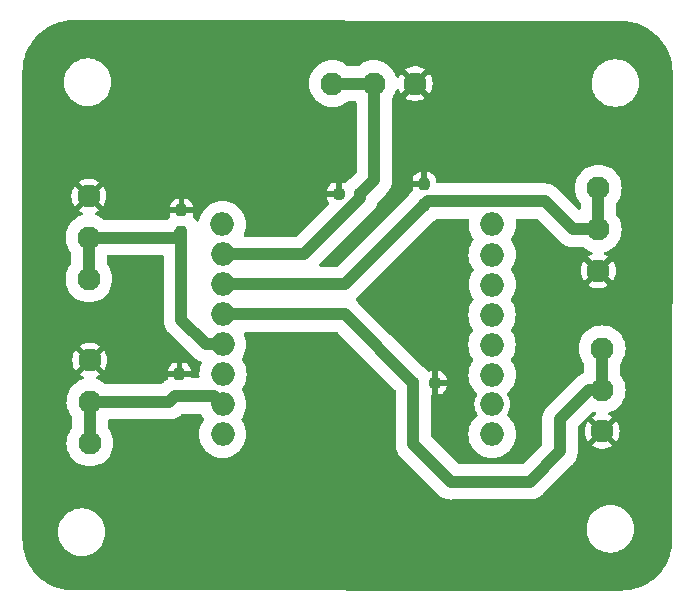
<source format=gbr>
%TF.GenerationSoftware,KiCad,Pcbnew,(7.0.0)*%
%TF.CreationDate,2023-06-11T09:55:09+03:00*%
%TF.ProjectId,C3 pico Breakout PCB,43332070-6963-46f2-9042-7265616b6f75,rev?*%
%TF.SameCoordinates,Original*%
%TF.FileFunction,Copper,L1,Top*%
%TF.FilePolarity,Positive*%
%FSLAX46Y46*%
G04 Gerber Fmt 4.6, Leading zero omitted, Abs format (unit mm)*
G04 Created by KiCad (PCBNEW (7.0.0)) date 2023-06-11 09:55:09*
%MOMM*%
%LPD*%
G01*
G04 APERTURE LIST*
G04 Aperture macros list*
%AMRoundRect*
0 Rectangle with rounded corners*
0 $1 Rounding radius*
0 $2 $3 $4 $5 $6 $7 $8 $9 X,Y pos of 4 corners*
0 Add a 4 corners polygon primitive as box body*
4,1,4,$2,$3,$4,$5,$6,$7,$8,$9,$2,$3,0*
0 Add four circle primitives for the rounded corners*
1,1,$1+$1,$2,$3*
1,1,$1+$1,$4,$5*
1,1,$1+$1,$6,$7*
1,1,$1+$1,$8,$9*
0 Add four rect primitives between the rounded corners*
20,1,$1+$1,$2,$3,$4,$5,0*
20,1,$1+$1,$4,$5,$6,$7,0*
20,1,$1+$1,$6,$7,$8,$9,0*
20,1,$1+$1,$8,$9,$2,$3,0*%
G04 Aperture macros list end*
%TA.AperFunction,ComponentPad*%
%ADD10O,2.000000X2.000000*%
%TD*%
%TA.AperFunction,SMDPad,CuDef*%
%ADD11RoundRect,0.237500X0.250000X0.237500X-0.250000X0.237500X-0.250000X-0.237500X0.250000X-0.237500X0*%
%TD*%
%TA.AperFunction,ComponentPad*%
%ADD12C,1.950000*%
%TD*%
%TA.AperFunction,SMDPad,CuDef*%
%ADD13RoundRect,0.237500X-0.237500X0.250000X-0.237500X-0.250000X0.237500X-0.250000X0.237500X0.250000X0*%
%TD*%
%TA.AperFunction,SMDPad,CuDef*%
%ADD14RoundRect,0.237500X0.237500X-0.250000X0.237500X0.250000X-0.237500X0.250000X-0.237500X-0.250000X0*%
%TD*%
%TA.AperFunction,Conductor*%
%ADD15C,1.000000*%
%TD*%
%TA.AperFunction,Conductor*%
%ADD16C,1.500000*%
%TD*%
G04 APERTURE END LIST*
D10*
%TO.P,U2,0,A0*%
%TO.N,A0*%
X141182499Y-88509999D03*
%TO.P,U2,1,A1*%
%TO.N,A1*%
X141172499Y-85969999D03*
%TO.P,U2,2,A2*%
%TO.N,A2*%
X141172499Y-83419999D03*
%TO.P,U2,3,A3*%
%TO.N,A3*%
X141182499Y-80889999D03*
%TO.P,U2,3V,3V*%
%TO.N,unconnected-(U2-Pad3V)*%
X141172499Y-96119999D03*
%TO.P,U2,4,A4*%
%TO.N,A4*%
X141212499Y-91039999D03*
%TO.P,U2,5,A5*%
%TO.N,A5*%
X141182499Y-93579999D03*
%TO.P,U2,6,6*%
%TO.N,unconnected-(U2-Pad6)*%
X163992499Y-91069999D03*
%TO.P,U2,7,RGBLED*%
%TO.N,unconnected-(U2-RGBLED-Pad7)*%
X163982499Y-88529999D03*
%TO.P,U2,8,SDA*%
%TO.N,unconnected-(U2-SDA-Pad8)*%
X163982499Y-85999999D03*
%TO.P,U2,10,SCL*%
%TO.N,unconnected-(U2-SCL-Pad10)*%
X164012499Y-83439999D03*
%TO.P,U2,20,RX*%
%TO.N,unconnected-(U2-RX-Pad20)*%
X163992499Y-80899999D03*
%TO.P,U2,21,TX*%
%TO.N,unconnected-(U2-TX-Pad21)*%
X164002499Y-78329999D03*
%TO.P,U2,EN,RST*%
%TO.N,unconnected-(U2-RST-PadEN)*%
X141162499Y-78349999D03*
%TO.P,U2,GND,GND*%
%TO.N,GND*%
X164002499Y-93559999D03*
%TO.P,U2,V,VIN*%
%TO.N,unconnected-(U2-VIN-PadV)*%
X163992499Y-96109999D03*
%TD*%
D11*
%TO.P,R6,1*%
%TO.N,GND*%
X159155000Y-91760000D03*
%TO.P,R6,2*%
%TO.N,A1*%
X157330000Y-91760000D03*
%TD*%
D12*
%TO.P,J1,1*%
%TO.N,GND*%
X129857500Y-75960000D03*
%TO.P,J1,2*%
%TO.N,A0*%
X129857500Y-79460000D03*
%TO.P,J1,3*%
X129857500Y-82960000D03*
%TD*%
%TO.P,J4,1*%
%TO.N,GND*%
X173307500Y-95870000D03*
%TO.P,J4,2*%
%TO.N,A1*%
X173307500Y-92370000D03*
%TO.P,J4,3*%
X173307500Y-88870000D03*
%TD*%
%TO.P,J2,1*%
%TO.N,GND*%
X129937500Y-89850000D03*
%TO.P,J2,2*%
%TO.N,A5*%
X129937500Y-93350000D03*
%TO.P,J2,3*%
X129937500Y-96850000D03*
%TD*%
%TO.P,J5,1*%
%TO.N,GND*%
X172987500Y-82270000D03*
%TO.P,J5,2*%
%TO.N,A2*%
X172987500Y-78770000D03*
%TO.P,J5,3*%
X172987500Y-75270000D03*
%TD*%
D13*
%TO.P,R5,1*%
%TO.N,GND*%
X158242500Y-74897500D03*
%TO.P,R5,2*%
%TO.N,A2*%
X158242500Y-76722500D03*
%TD*%
D14*
%TO.P,R2,1*%
%TO.N,A5*%
X137525000Y-92862500D03*
%TO.P,R2,2*%
%TO.N,GND*%
X137525000Y-91037500D03*
%TD*%
%TO.P,R3,1*%
%TO.N,A0*%
X137692500Y-78985000D03*
%TO.P,R3,2*%
%TO.N,GND*%
X137692500Y-77160000D03*
%TD*%
D11*
%TO.P,R1,1*%
%TO.N,A3*%
X152830000Y-75785000D03*
%TO.P,R1,2*%
%TO.N,GND*%
X151005000Y-75785000D03*
%TD*%
D12*
%TO.P,J3,1*%
%TO.N,GND*%
X157477500Y-66420000D03*
%TO.P,J3,2*%
%TO.N,A3*%
X153977500Y-66420000D03*
%TO.P,J3,3*%
X150477500Y-66420000D03*
%TD*%
D15*
%TO.N,A5*%
X140465000Y-92862500D02*
X141182500Y-93580000D01*
X137525000Y-92862500D02*
X140465000Y-92862500D01*
X137112500Y-92862500D02*
X137525000Y-92862500D01*
X129937500Y-93350000D02*
X136625000Y-93350000D01*
X136625000Y-93350000D02*
X137112500Y-92862500D01*
%TO.N,A0*%
X139768287Y-88510000D02*
X141182500Y-88510000D01*
X130167500Y-79360000D02*
X130267500Y-79460000D01*
X130267500Y-79460000D02*
X137217500Y-79460000D01*
X137692500Y-86434213D02*
X139768287Y-88510000D01*
X129857500Y-79460000D02*
X129857500Y-82960000D01*
X137692500Y-78985000D02*
X137692500Y-86434213D01*
X137217500Y-79460000D02*
X137692500Y-78985000D01*
%TO.N,A5*%
X129937500Y-93350000D02*
X129937500Y-96850000D01*
X129937500Y-93350000D02*
X130010000Y-93422500D01*
D16*
X141025000Y-93422500D02*
X141182500Y-93580000D01*
D15*
%TO.N,A2*%
X158585000Y-76380000D02*
X168462500Y-76380000D01*
X151545000Y-83420000D02*
X141172500Y-83420000D01*
X170852500Y-78770000D02*
X172987500Y-78770000D01*
X172987500Y-78770000D02*
X172987500Y-75270000D01*
X158242500Y-76722500D02*
X158585000Y-76380000D01*
X158242500Y-76722500D02*
X151545000Y-83420000D01*
X168462500Y-76380000D02*
X170852500Y-78770000D01*
%TO.N,A1*%
X173307500Y-92370000D02*
X172217500Y-92370000D01*
X157330000Y-96972500D02*
X157330000Y-91760000D01*
X151540000Y-85970000D02*
X157330000Y-91760000D01*
X160492500Y-100135000D02*
X157330000Y-96972500D01*
X169737500Y-94850000D02*
X169737500Y-97570000D01*
X173307500Y-92370000D02*
X173307500Y-88870000D01*
X167172500Y-100135000D02*
X160492500Y-100135000D01*
X169737500Y-97570000D02*
X167172500Y-100135000D01*
X141172500Y-85970000D02*
X151540000Y-85970000D01*
X172217500Y-92370000D02*
X169737500Y-94850000D01*
%TO.N,A3*%
X154017500Y-66460000D02*
X154017500Y-74597500D01*
X152830000Y-75785000D02*
X152830000Y-76126879D01*
X153977500Y-66420000D02*
X154017500Y-66460000D01*
X148066879Y-80890000D02*
X141182500Y-80890000D01*
X153977500Y-66420000D02*
X150477500Y-66420000D01*
X152830000Y-76126879D02*
X148066879Y-80890000D01*
X154017500Y-74597500D02*
X152830000Y-75785000D01*
%TD*%
%TA.AperFunction,Conductor*%
%TO.N,GND*%
G36*
X175001206Y-61135176D02*
G01*
X175007860Y-61135370D01*
X175180780Y-61145074D01*
X175401486Y-61158089D01*
X175412374Y-61159218D01*
X175605423Y-61187932D01*
X175605896Y-61188005D01*
X175805557Y-61219458D01*
X175815631Y-61221476D01*
X176008275Y-61268468D01*
X176009779Y-61268846D01*
X176202050Y-61318674D01*
X176211213Y-61321431D01*
X176242496Y-61332176D01*
X176400056Y-61386296D01*
X176402181Y-61387049D01*
X176587362Y-61454834D01*
X176595557Y-61458170D01*
X176778345Y-61540337D01*
X176781114Y-61541626D01*
X176958102Y-61626733D01*
X176965315Y-61630499D01*
X177140114Y-61729209D01*
X177143483Y-61731181D01*
X177310923Y-61832816D01*
X177317174Y-61836873D01*
X177482432Y-61951309D01*
X177486118Y-61953963D01*
X177642759Y-62071290D01*
X177648019Y-62075458D01*
X177802216Y-62204616D01*
X177806222Y-62208121D01*
X177891217Y-62285759D01*
X177950589Y-62339991D01*
X177954918Y-62344144D01*
X178001105Y-62390651D01*
X178096683Y-62486893D01*
X178100829Y-62491276D01*
X178231688Y-62636539D01*
X178235166Y-62640570D01*
X178363247Y-62795650D01*
X178367398Y-62800964D01*
X178483582Y-62958337D01*
X178486253Y-62962099D01*
X178599550Y-63128153D01*
X178603563Y-63134433D01*
X178704024Y-63302549D01*
X178705974Y-63305932D01*
X178803476Y-63481419D01*
X178807203Y-63488680D01*
X178891053Y-63666188D01*
X178892380Y-63669094D01*
X178973237Y-63852344D01*
X178976526Y-63860583D01*
X179042989Y-64046118D01*
X179043803Y-64048466D01*
X179107322Y-64237639D01*
X179110019Y-64246833D01*
X179158479Y-64439304D01*
X179158900Y-64441028D01*
X179204535Y-64633892D01*
X179206487Y-64643996D01*
X179236519Y-64843617D01*
X179236673Y-64844670D01*
X179263586Y-65034623D01*
X179264715Y-65047120D01*
X179280199Y-65438828D01*
X179279681Y-65445455D01*
X179279966Y-65445456D01*
X179259779Y-105022398D01*
X179259647Y-105028050D01*
X179251715Y-105199957D01*
X179251698Y-105200310D01*
X179240715Y-105424470D01*
X179239680Y-105435498D01*
X179212770Y-105628819D01*
X179212618Y-105629880D01*
X179182803Y-105831307D01*
X179180859Y-105841481D01*
X179135434Y-106035040D01*
X179135014Y-106036776D01*
X179086533Y-106230754D01*
X179083832Y-106240013D01*
X179020276Y-106430069D01*
X179019459Y-106432433D01*
X178952780Y-106619216D01*
X178949477Y-106627512D01*
X178868355Y-106811675D01*
X178867021Y-106814600D01*
X178782752Y-106993207D01*
X178779001Y-107000518D01*
X178681069Y-107176786D01*
X178679106Y-107180191D01*
X178577972Y-107349363D01*
X178573930Y-107355682D01*
X178460058Y-107522370D01*
X178457367Y-107526155D01*
X178340301Y-107684449D01*
X178336117Y-107689794D01*
X178207297Y-107845392D01*
X178203791Y-107849446D01*
X178071902Y-107995421D01*
X178067722Y-107999825D01*
X177925048Y-108142977D01*
X177920656Y-108147173D01*
X177775141Y-108279531D01*
X177771100Y-108283050D01*
X177615915Y-108412405D01*
X177610584Y-108416607D01*
X177452708Y-108534181D01*
X177448932Y-108536885D01*
X177282601Y-108651330D01*
X177276294Y-108655394D01*
X177107455Y-108757095D01*
X177104058Y-108759068D01*
X176928145Y-108857573D01*
X176920847Y-108861348D01*
X176742448Y-108946249D01*
X176739527Y-108947593D01*
X176555709Y-109029297D01*
X176547424Y-109032628D01*
X176360831Y-109099943D01*
X176358469Y-109100768D01*
X176168630Y-109164956D01*
X176159381Y-109167687D01*
X175965703Y-109216782D01*
X175963968Y-109217209D01*
X175770422Y-109263313D01*
X175760254Y-109265290D01*
X175559026Y-109295763D01*
X175557965Y-109295919D01*
X175364652Y-109323485D01*
X175353633Y-109324557D01*
X175131812Y-109336175D01*
X175131455Y-109336193D01*
X174957285Y-109344813D01*
X174951129Y-109344965D01*
X128552623Y-109334778D01*
X128546935Y-109334646D01*
X128375041Y-109326715D01*
X128374688Y-109326698D01*
X128150528Y-109315715D01*
X128139500Y-109314680D01*
X127946179Y-109287770D01*
X127945118Y-109287618D01*
X127743691Y-109257803D01*
X127733517Y-109255859D01*
X127539958Y-109210434D01*
X127538222Y-109210014D01*
X127344244Y-109161533D01*
X127334985Y-109158832D01*
X127144929Y-109095276D01*
X127142565Y-109094459D01*
X126955782Y-109027780D01*
X126947486Y-109024477D01*
X126763323Y-108943355D01*
X126760398Y-108942021D01*
X126581770Y-108857741D01*
X126574480Y-108854001D01*
X126398212Y-108756069D01*
X126394807Y-108754106D01*
X126225635Y-108652972D01*
X126219316Y-108648930D01*
X126052628Y-108535058D01*
X126048843Y-108532367D01*
X125890549Y-108415301D01*
X125885204Y-108411117D01*
X125729606Y-108282297D01*
X125725552Y-108278791D01*
X125579577Y-108146902D01*
X125575173Y-108142722D01*
X125432021Y-108000048D01*
X125427825Y-107995656D01*
X125295454Y-107850126D01*
X125291963Y-107846117D01*
X125162571Y-107690887D01*
X125158414Y-107685613D01*
X125040814Y-107527704D01*
X125038113Y-107523932D01*
X125037038Y-107522370D01*
X124923659Y-107357587D01*
X124919621Y-107351320D01*
X124817902Y-107182454D01*
X124815930Y-107179058D01*
X124717425Y-107003145D01*
X124713650Y-106995847D01*
X124628749Y-106817448D01*
X124627405Y-106814527D01*
X124545701Y-106630709D01*
X124542370Y-106622424D01*
X124541213Y-106619216D01*
X124475019Y-106435730D01*
X124474255Y-106433543D01*
X124410037Y-106243614D01*
X124407316Y-106234399D01*
X124358185Y-106040580D01*
X124357819Y-106039091D01*
X124311683Y-105845414D01*
X124309708Y-105835254D01*
X124279195Y-105633756D01*
X124279122Y-105633259D01*
X124251512Y-105439643D01*
X124250442Y-105428644D01*
X124238815Y-105206651D01*
X124230186Y-105032271D01*
X124230034Y-105026143D01*
X124230035Y-104400000D01*
X127244390Y-104400000D01*
X127244706Y-104404418D01*
X127264487Y-104681005D01*
X127264488Y-104681014D01*
X127264804Y-104685428D01*
X127265744Y-104689753D01*
X127265746Y-104689761D01*
X127319111Y-104935075D01*
X127325631Y-104965046D01*
X127327175Y-104969185D01*
X127327176Y-104969189D01*
X127422421Y-105224551D01*
X127425633Y-105233161D01*
X127427753Y-105237043D01*
X127427756Y-105237050D01*
X127560647Y-105480420D01*
X127562774Y-105484315D01*
X127734261Y-105713395D01*
X127936605Y-105915739D01*
X128165685Y-106087226D01*
X128416839Y-106224367D01*
X128684954Y-106324369D01*
X128964572Y-106385196D01*
X129178552Y-106400500D01*
X129319233Y-106400500D01*
X129321448Y-106400500D01*
X129535428Y-106385196D01*
X129815046Y-106324369D01*
X130083161Y-106224367D01*
X130334315Y-106087226D01*
X130563395Y-105915739D01*
X130765739Y-105713395D01*
X130937226Y-105484315D01*
X131074367Y-105233161D01*
X131174369Y-104965046D01*
X131235196Y-104685428D01*
X131255610Y-104400000D01*
X131235942Y-104125000D01*
X171994390Y-104125000D01*
X171994706Y-104129418D01*
X172014487Y-104406005D01*
X172014488Y-104406014D01*
X172014804Y-104410428D01*
X172015744Y-104414753D01*
X172015746Y-104414761D01*
X172069111Y-104660075D01*
X172075631Y-104690046D01*
X172175633Y-104958161D01*
X172177753Y-104962043D01*
X172177756Y-104962050D01*
X172214627Y-105029573D01*
X172312774Y-105209315D01*
X172484261Y-105438395D01*
X172686605Y-105640739D01*
X172915685Y-105812226D01*
X173166839Y-105949367D01*
X173434954Y-106049369D01*
X173714572Y-106110196D01*
X173928552Y-106125500D01*
X174069233Y-106125500D01*
X174071448Y-106125500D01*
X174285428Y-106110196D01*
X174565046Y-106049369D01*
X174833161Y-105949367D01*
X175084315Y-105812226D01*
X175313395Y-105640739D01*
X175515739Y-105438395D01*
X175687226Y-105209315D01*
X175824367Y-104958161D01*
X175924369Y-104690046D01*
X175985196Y-104410428D01*
X176005610Y-104125000D01*
X175985196Y-103839572D01*
X175924369Y-103559954D01*
X175824367Y-103291839D01*
X175687226Y-103040685D01*
X175515739Y-102811605D01*
X175313395Y-102609261D01*
X175084315Y-102437774D01*
X175042249Y-102414804D01*
X174837050Y-102302756D01*
X174837043Y-102302753D01*
X174833161Y-102300633D01*
X174829017Y-102299087D01*
X174829012Y-102299085D01*
X174569189Y-102202176D01*
X174569185Y-102202175D01*
X174565046Y-102200631D01*
X174535075Y-102194111D01*
X174289761Y-102140746D01*
X174289753Y-102140744D01*
X174285428Y-102139804D01*
X174281014Y-102139488D01*
X174281005Y-102139487D01*
X174073658Y-102124658D01*
X174073656Y-102124657D01*
X174071448Y-102124500D01*
X173928552Y-102124500D01*
X173926344Y-102124657D01*
X173926341Y-102124658D01*
X173718994Y-102139487D01*
X173718983Y-102139488D01*
X173714572Y-102139804D01*
X173710248Y-102140744D01*
X173710238Y-102140746D01*
X173439279Y-102199690D01*
X173439276Y-102199690D01*
X173434954Y-102200631D01*
X173430818Y-102202173D01*
X173430810Y-102202176D01*
X173170987Y-102299085D01*
X173170976Y-102299089D01*
X173166839Y-102300633D01*
X173162961Y-102302750D01*
X173162949Y-102302756D01*
X172919579Y-102435647D01*
X172919571Y-102435651D01*
X172915685Y-102437774D01*
X172912135Y-102440431D01*
X172912131Y-102440434D01*
X172690156Y-102606602D01*
X172690149Y-102606607D01*
X172686605Y-102609261D01*
X172683474Y-102612391D01*
X172683467Y-102612398D01*
X172487398Y-102808467D01*
X172487391Y-102808474D01*
X172484261Y-102811605D01*
X172481607Y-102815149D01*
X172481602Y-102815156D01*
X172315434Y-103037131D01*
X172312774Y-103040685D01*
X172310651Y-103044571D01*
X172310647Y-103044579D01*
X172177756Y-103287949D01*
X172177750Y-103287961D01*
X172175633Y-103291839D01*
X172174089Y-103295976D01*
X172174085Y-103295987D01*
X172077176Y-103555810D01*
X172077173Y-103555818D01*
X172075631Y-103559954D01*
X172074690Y-103564276D01*
X172074690Y-103564279D01*
X172015746Y-103835238D01*
X172015744Y-103835248D01*
X172014804Y-103839572D01*
X172014488Y-103843983D01*
X172014487Y-103843994D01*
X171995446Y-104110238D01*
X171994390Y-104125000D01*
X131235942Y-104125000D01*
X131235196Y-104114572D01*
X131174369Y-103834954D01*
X131074367Y-103566839D01*
X131070607Y-103559954D01*
X130939352Y-103319579D01*
X130937226Y-103315685D01*
X130765739Y-103086605D01*
X130563395Y-102884261D01*
X130334315Y-102712774D01*
X130330420Y-102710647D01*
X130087050Y-102577756D01*
X130087043Y-102577753D01*
X130083161Y-102575633D01*
X130079017Y-102574087D01*
X130079012Y-102574085D01*
X129819189Y-102477176D01*
X129819185Y-102477175D01*
X129815046Y-102475631D01*
X129785075Y-102469111D01*
X129539761Y-102415746D01*
X129539753Y-102415744D01*
X129535428Y-102414804D01*
X129531014Y-102414488D01*
X129531005Y-102414487D01*
X129323658Y-102399658D01*
X129323656Y-102399657D01*
X129321448Y-102399500D01*
X129178552Y-102399500D01*
X129176344Y-102399657D01*
X129176341Y-102399658D01*
X128968994Y-102414487D01*
X128968983Y-102414488D01*
X128964572Y-102414804D01*
X128960248Y-102415744D01*
X128960238Y-102415746D01*
X128689279Y-102474690D01*
X128689276Y-102474690D01*
X128684954Y-102475631D01*
X128680818Y-102477173D01*
X128680810Y-102477176D01*
X128420987Y-102574085D01*
X128420976Y-102574089D01*
X128416839Y-102575633D01*
X128412961Y-102577750D01*
X128412949Y-102577756D01*
X128169579Y-102710647D01*
X128169571Y-102710651D01*
X128165685Y-102712774D01*
X128162135Y-102715431D01*
X128162131Y-102715434D01*
X127940156Y-102881602D01*
X127940149Y-102881607D01*
X127936605Y-102884261D01*
X127933474Y-102887391D01*
X127933467Y-102887398D01*
X127737398Y-103083467D01*
X127737391Y-103083474D01*
X127734261Y-103086605D01*
X127731607Y-103090149D01*
X127731602Y-103090156D01*
X127565434Y-103312131D01*
X127562774Y-103315685D01*
X127560651Y-103319571D01*
X127560647Y-103319579D01*
X127427756Y-103562949D01*
X127427750Y-103562961D01*
X127425633Y-103566839D01*
X127424089Y-103570976D01*
X127424085Y-103570987D01*
X127327176Y-103830810D01*
X127327173Y-103830818D01*
X127325631Y-103834954D01*
X127324690Y-103839276D01*
X127324690Y-103839279D01*
X127265746Y-104110238D01*
X127265744Y-104110248D01*
X127264804Y-104114572D01*
X127264488Y-104118983D01*
X127264487Y-104118994D01*
X127245272Y-104387654D01*
X127244390Y-104400000D01*
X124230035Y-104400000D01*
X124230037Y-102139487D01*
X124230052Y-89855117D01*
X128457869Y-89855117D01*
X128477206Y-90088489D01*
X128478890Y-90098583D01*
X128536379Y-90325602D01*
X128539698Y-90335269D01*
X128633770Y-90549733D01*
X128638632Y-90558716D01*
X128724561Y-90690242D01*
X128732525Y-90697962D01*
X128741907Y-90692038D01*
X129572404Y-89861542D01*
X129579068Y-89850000D01*
X130295931Y-89850000D01*
X130302595Y-89861542D01*
X131133091Y-90692038D01*
X131142472Y-90697962D01*
X131150440Y-90690237D01*
X131236362Y-90558724D01*
X131241231Y-90549729D01*
X131335301Y-90335269D01*
X131338620Y-90325602D01*
X131396109Y-90098583D01*
X131397793Y-90088489D01*
X131417131Y-89855117D01*
X131417131Y-89844883D01*
X131397793Y-89611510D01*
X131396109Y-89601416D01*
X131338620Y-89374397D01*
X131335301Y-89364730D01*
X131241229Y-89150266D01*
X131236367Y-89141283D01*
X131150437Y-89009756D01*
X131142473Y-89002036D01*
X131133091Y-89007960D01*
X130302595Y-89838457D01*
X130295931Y-89850000D01*
X129579068Y-89850000D01*
X129572404Y-89838457D01*
X128741906Y-89007959D01*
X128732526Y-89002036D01*
X128724559Y-89009761D01*
X128638635Y-89141278D01*
X128633769Y-89150268D01*
X128539698Y-89364730D01*
X128536379Y-89374397D01*
X128478890Y-89601416D01*
X128477206Y-89611510D01*
X128457869Y-89844883D01*
X128457869Y-89855117D01*
X124230052Y-89855117D01*
X124230053Y-88644566D01*
X129091065Y-88644566D01*
X129097724Y-88656671D01*
X129925957Y-89484904D01*
X129937500Y-89491568D01*
X129949042Y-89484904D01*
X130777273Y-88656672D01*
X130783933Y-88644565D01*
X130775827Y-88633375D01*
X130751058Y-88614096D01*
X130742506Y-88608509D01*
X130536535Y-88497042D01*
X130527182Y-88492940D01*
X130305685Y-88416900D01*
X130295773Y-88414389D01*
X130064784Y-88375844D01*
X130054589Y-88375000D01*
X129820411Y-88375000D01*
X129810215Y-88375844D01*
X129579226Y-88414389D01*
X129569314Y-88416900D01*
X129347817Y-88492940D01*
X129338464Y-88497042D01*
X129132495Y-88608508D01*
X129123940Y-88614097D01*
X129099171Y-88633375D01*
X129091065Y-88644566D01*
X124230053Y-88644566D01*
X124230060Y-82960000D01*
X127876954Y-82960000D01*
X127877270Y-82964418D01*
X127896796Y-83237438D01*
X127896797Y-83237447D01*
X127897113Y-83241861D01*
X127898053Y-83246186D01*
X127898055Y-83246194D01*
X127950358Y-83486623D01*
X127957180Y-83517984D01*
X127958729Y-83522137D01*
X128054384Y-83778600D01*
X128054386Y-83778606D01*
X128055932Y-83782749D01*
X128191359Y-84030764D01*
X128360703Y-84256982D01*
X128560518Y-84456797D01*
X128786736Y-84626141D01*
X129034751Y-84761568D01*
X129299516Y-84860320D01*
X129575639Y-84920387D01*
X129857500Y-84940546D01*
X130139361Y-84920387D01*
X130415484Y-84860320D01*
X130680249Y-84761568D01*
X130928264Y-84626141D01*
X131154482Y-84456797D01*
X131354297Y-84256982D01*
X131523641Y-84030764D01*
X131659068Y-83782749D01*
X131757820Y-83517984D01*
X131817887Y-83241861D01*
X131838046Y-82960000D01*
X131817887Y-82678139D01*
X131757820Y-82402016D01*
X131659068Y-82137251D01*
X131523641Y-81889236D01*
X131399319Y-81723161D01*
X131382733Y-81701004D01*
X131364346Y-81665853D01*
X131358000Y-81626694D01*
X131358000Y-81084500D01*
X131374613Y-81022500D01*
X131420000Y-80977113D01*
X131482000Y-80960500D01*
X136068000Y-80960500D01*
X136130000Y-80977113D01*
X136175387Y-81022500D01*
X136192000Y-81084500D01*
X136192000Y-86333348D01*
X136191048Y-86348685D01*
X136188776Y-86366905D01*
X136188775Y-86366918D01*
X136188143Y-86371992D01*
X136188354Y-86377103D01*
X136188354Y-86377114D01*
X136191894Y-86462685D01*
X136192000Y-86467809D01*
X136192000Y-86496280D01*
X136192209Y-86498807D01*
X136192210Y-86498822D01*
X136194351Y-86524660D01*
X136194668Y-86529772D01*
X136198206Y-86615320D01*
X136198207Y-86615329D01*
X136198419Y-86620450D01*
X136199472Y-86625470D01*
X136203238Y-86643434D01*
X136205452Y-86658631D01*
X136206968Y-86676926D01*
X136206969Y-86676933D01*
X136207392Y-86682034D01*
X136208649Y-86686999D01*
X136208650Y-86687003D01*
X136229671Y-86770016D01*
X136230826Y-86775006D01*
X136243020Y-86833161D01*
X136249451Y-86863827D01*
X136251310Y-86868593D01*
X136251311Y-86868594D01*
X136257985Y-86885698D01*
X136262671Y-86900326D01*
X136264942Y-86909296D01*
X136268437Y-86923094D01*
X136270496Y-86927788D01*
X136304893Y-87006206D01*
X136306854Y-87010941D01*
X136337979Y-87090709D01*
X136337981Y-87090715D01*
X136339844Y-87095487D01*
X136342464Y-87099885D01*
X136342471Y-87099898D01*
X136351863Y-87115659D01*
X136358897Y-87129322D01*
X136368327Y-87150820D01*
X136371132Y-87155114D01*
X136371134Y-87155117D01*
X136417964Y-87226796D01*
X136420674Y-87231139D01*
X136467134Y-87309107D01*
X136470445Y-87313016D01*
X136470447Y-87313019D01*
X136482303Y-87327017D01*
X136491489Y-87339336D01*
X136501528Y-87354702D01*
X136501535Y-87354712D01*
X136504336Y-87358998D01*
X136507801Y-87362762D01*
X136507805Y-87362767D01*
X136565794Y-87425759D01*
X136569187Y-87429601D01*
X136587598Y-87451339D01*
X136589410Y-87453151D01*
X136589411Y-87453152D01*
X136607727Y-87471468D01*
X136611276Y-87475166D01*
X136672756Y-87541951D01*
X136676802Y-87545100D01*
X136676803Y-87545101D01*
X136691287Y-87556374D01*
X136702806Y-87566547D01*
X138635952Y-89499693D01*
X138646124Y-89511211D01*
X138657402Y-89525702D01*
X138657408Y-89525708D01*
X138660549Y-89529744D01*
X138664314Y-89533210D01*
X138664316Y-89533212D01*
X138727332Y-89591222D01*
X138731029Y-89594770D01*
X138751161Y-89614902D01*
X138753115Y-89616557D01*
X138753126Y-89616567D01*
X138772885Y-89633301D01*
X138776728Y-89636694D01*
X138843502Y-89698164D01*
X138847799Y-89700971D01*
X138847800Y-89700972D01*
X138863151Y-89711001D01*
X138875474Y-89720190D01*
X138889476Y-89732049D01*
X138889480Y-89732052D01*
X138893393Y-89735366D01*
X138897795Y-89737989D01*
X138897802Y-89737994D01*
X138971372Y-89781833D01*
X138975719Y-89784546D01*
X139047386Y-89831368D01*
X139047389Y-89831369D01*
X139051680Y-89834173D01*
X139061447Y-89838457D01*
X139073176Y-89843602D01*
X139086843Y-89850637D01*
X139107013Y-89862656D01*
X139191617Y-89895668D01*
X139196280Y-89897600D01*
X139279406Y-89934063D01*
X139302177Y-89939829D01*
X139316801Y-89944514D01*
X139325163Y-89947777D01*
X139333890Y-89951183D01*
X139333893Y-89951184D01*
X139338673Y-89953049D01*
X139343981Y-89954162D01*
X139344127Y-89954230D01*
X139348609Y-89955565D01*
X139348407Y-89956243D01*
X139395801Y-89978527D01*
X139431148Y-90023581D01*
X139442482Y-90079713D01*
X139427386Y-90134952D01*
X139390254Y-90202953D01*
X139390249Y-90202963D01*
X139388133Y-90206839D01*
X139386589Y-90210976D01*
X139386585Y-90210987D01*
X139289676Y-90470810D01*
X139289673Y-90470818D01*
X139288131Y-90474954D01*
X139287190Y-90479276D01*
X139287190Y-90479279D01*
X139228246Y-90750238D01*
X139228244Y-90750248D01*
X139227304Y-90754572D01*
X139226988Y-90758983D01*
X139226987Y-90758994D01*
X139213669Y-90945218D01*
X139206890Y-91040000D01*
X139207206Y-91044418D01*
X139220418Y-91229154D01*
X139206949Y-91294820D01*
X139161272Y-91343881D01*
X139096734Y-91362000D01*
X138610736Y-91362000D01*
X138558330Y-91350382D01*
X138515745Y-91317704D01*
X138506534Y-91300009D01*
X138497813Y-91291288D01*
X138483674Y-91287500D01*
X136566327Y-91287500D01*
X136553451Y-91290950D01*
X136550001Y-91303826D01*
X136550001Y-91333497D01*
X136550321Y-91339786D01*
X136553643Y-91372310D01*
X136547525Y-91425291D01*
X136519718Y-91470802D01*
X136475366Y-91500423D01*
X136456003Y-91507979D01*
X136455993Y-91507983D01*
X136451226Y-91509844D01*
X136446832Y-91512462D01*
X136446818Y-91512469D01*
X136431044Y-91521868D01*
X136417393Y-91528895D01*
X136400588Y-91536267D01*
X136400583Y-91536269D01*
X136395893Y-91538327D01*
X136391614Y-91541122D01*
X136391602Y-91541129D01*
X136319918Y-91587962D01*
X136315576Y-91590672D01*
X136237606Y-91637134D01*
X136233696Y-91640445D01*
X136233691Y-91640449D01*
X136219683Y-91652313D01*
X136207370Y-91661494D01*
X136187715Y-91674336D01*
X136183946Y-91677804D01*
X136183935Y-91677814D01*
X136120946Y-91735799D01*
X136117111Y-91739186D01*
X136097340Y-91755932D01*
X136097328Y-91755942D01*
X136095374Y-91757598D01*
X136093559Y-91759411D01*
X136093561Y-91759411D01*
X136075238Y-91777733D01*
X136071545Y-91781275D01*
X136033034Y-91816728D01*
X135994126Y-91841017D01*
X135949050Y-91849500D01*
X131270806Y-91849500D01*
X131231647Y-91843154D01*
X131196496Y-91824767D01*
X131068519Y-91728965D01*
X131008264Y-91683859D01*
X130997193Y-91677814D01*
X130806639Y-91573763D01*
X130760249Y-91548432D01*
X130496418Y-91450028D01*
X130446776Y-91415891D01*
X130419082Y-91362386D01*
X130419874Y-91302143D01*
X130448967Y-91249385D01*
X130499491Y-91216565D01*
X130527190Y-91207056D01*
X130536535Y-91202957D01*
X130742503Y-91091492D01*
X130751062Y-91085900D01*
X130775827Y-91066623D01*
X130783933Y-91055433D01*
X130777273Y-91043326D01*
X130505121Y-90771174D01*
X136550000Y-90771174D01*
X136553450Y-90784049D01*
X136566326Y-90787500D01*
X137258674Y-90787500D01*
X137271549Y-90784049D01*
X137275000Y-90771174D01*
X137775000Y-90771174D01*
X137778450Y-90784049D01*
X137791326Y-90787500D01*
X138483673Y-90787500D01*
X138496548Y-90784049D01*
X138499999Y-90771174D01*
X138499999Y-90741503D01*
X138499678Y-90735220D01*
X138490369Y-90644087D01*
X138487550Y-90630918D01*
X138437725Y-90480555D01*
X138431659Y-90467547D01*
X138348739Y-90333113D01*
X138339834Y-90321851D01*
X138228148Y-90210165D01*
X138216886Y-90201260D01*
X138082452Y-90118340D01*
X138069444Y-90112274D01*
X137919075Y-90062447D01*
X137905919Y-90059631D01*
X137814776Y-90050319D01*
X137808500Y-90050000D01*
X137791326Y-90050000D01*
X137778450Y-90053450D01*
X137775000Y-90066326D01*
X137775000Y-90771174D01*
X137275000Y-90771174D01*
X137275000Y-90066327D01*
X137271549Y-90053451D01*
X137258674Y-90050001D01*
X137241503Y-90050001D01*
X137235220Y-90050321D01*
X137144087Y-90059630D01*
X137130918Y-90062449D01*
X136980555Y-90112274D01*
X136967547Y-90118340D01*
X136833113Y-90201260D01*
X136821851Y-90210165D01*
X136710165Y-90321851D01*
X136701260Y-90333113D01*
X136618340Y-90467547D01*
X136612274Y-90480555D01*
X136562447Y-90630924D01*
X136559631Y-90644080D01*
X136550319Y-90735223D01*
X136550000Y-90741500D01*
X136550000Y-90771174D01*
X130505121Y-90771174D01*
X129949042Y-90215095D01*
X129937500Y-90208431D01*
X129925957Y-90215095D01*
X129097725Y-91043326D01*
X129091065Y-91055433D01*
X129099171Y-91066623D01*
X129123941Y-91085903D01*
X129132493Y-91091490D01*
X129338464Y-91202957D01*
X129347817Y-91207059D01*
X129375509Y-91216566D01*
X129426033Y-91249385D01*
X129455125Y-91302144D01*
X129455917Y-91362386D01*
X129428223Y-91415892D01*
X129378580Y-91450029D01*
X129118895Y-91546886D01*
X129118890Y-91546888D01*
X129114751Y-91548432D01*
X129110869Y-91550551D01*
X129110864Y-91550554D01*
X128870630Y-91681732D01*
X128870622Y-91681736D01*
X128866736Y-91683859D01*
X128863186Y-91686516D01*
X128863182Y-91686519D01*
X128644069Y-91850544D01*
X128644062Y-91850549D01*
X128640518Y-91853203D01*
X128637387Y-91856333D01*
X128637380Y-91856340D01*
X128443840Y-92049880D01*
X128443833Y-92049887D01*
X128440703Y-92053018D01*
X128438049Y-92056562D01*
X128438044Y-92056569D01*
X128288958Y-92255726D01*
X128271359Y-92279236D01*
X128269236Y-92283122D01*
X128269232Y-92283130D01*
X128170935Y-92463148D01*
X128135932Y-92527251D01*
X128134388Y-92531388D01*
X128134384Y-92531399D01*
X128046268Y-92767650D01*
X128037180Y-92792016D01*
X128036238Y-92796343D01*
X128036237Y-92796349D01*
X127978055Y-93063805D01*
X127978053Y-93063815D01*
X127977113Y-93068139D01*
X127976797Y-93072550D01*
X127976796Y-93072561D01*
X127961228Y-93290238D01*
X127956954Y-93350000D01*
X127957270Y-93354418D01*
X127976796Y-93627438D01*
X127976797Y-93627447D01*
X127977113Y-93631861D01*
X127978053Y-93636186D01*
X127978055Y-93636194D01*
X128028865Y-93869761D01*
X128037180Y-93907984D01*
X128038729Y-93912137D01*
X128134384Y-94168600D01*
X128134386Y-94168606D01*
X128135932Y-94172749D01*
X128138054Y-94176635D01*
X128259209Y-94398514D01*
X128271359Y-94420764D01*
X128274019Y-94424317D01*
X128412267Y-94608996D01*
X128430654Y-94644147D01*
X128437000Y-94683306D01*
X128437000Y-95516694D01*
X128430654Y-95555853D01*
X128412267Y-95591004D01*
X128271359Y-95779236D01*
X128269236Y-95783122D01*
X128269232Y-95783130D01*
X128215495Y-95881542D01*
X128135932Y-96027251D01*
X128134388Y-96031388D01*
X128134384Y-96031399D01*
X128058410Y-96235095D01*
X128037180Y-96292016D01*
X128036238Y-96296343D01*
X128036237Y-96296349D01*
X127978055Y-96563805D01*
X127978053Y-96563815D01*
X127977113Y-96568139D01*
X127976797Y-96572550D01*
X127976796Y-96572561D01*
X127966821Y-96712038D01*
X127956954Y-96850000D01*
X127957270Y-96854418D01*
X127976796Y-97127438D01*
X127976797Y-97127447D01*
X127977113Y-97131861D01*
X127978053Y-97136186D01*
X127978055Y-97136194D01*
X128034813Y-97397104D01*
X128037180Y-97407984D01*
X128038729Y-97412137D01*
X128134384Y-97668600D01*
X128134386Y-97668606D01*
X128135932Y-97672749D01*
X128138054Y-97676635D01*
X128265910Y-97910786D01*
X128271359Y-97920764D01*
X128440703Y-98146982D01*
X128640518Y-98346797D01*
X128866736Y-98516141D01*
X129114751Y-98651568D01*
X129379516Y-98750320D01*
X129655639Y-98810387D01*
X129937500Y-98830546D01*
X130219361Y-98810387D01*
X130495484Y-98750320D01*
X130760249Y-98651568D01*
X131008264Y-98516141D01*
X131234482Y-98346797D01*
X131434297Y-98146982D01*
X131603641Y-97920764D01*
X131739068Y-97672749D01*
X131837820Y-97407984D01*
X131897887Y-97131861D01*
X131918046Y-96850000D01*
X131897887Y-96568139D01*
X131837820Y-96292016D01*
X131739068Y-96027251D01*
X131603641Y-95779236D01*
X131462733Y-95591004D01*
X131444346Y-95555853D01*
X131438000Y-95516694D01*
X131438000Y-94974500D01*
X131454613Y-94912500D01*
X131500000Y-94867113D01*
X131562000Y-94850500D01*
X136524135Y-94850500D01*
X136539472Y-94851452D01*
X136557692Y-94853723D01*
X136557693Y-94853723D01*
X136562779Y-94854357D01*
X136653472Y-94850605D01*
X136658596Y-94850500D01*
X136684498Y-94850500D01*
X136687067Y-94850500D01*
X136715441Y-94848148D01*
X136720540Y-94847831D01*
X136811237Y-94844081D01*
X136834230Y-94839259D01*
X136849417Y-94837046D01*
X136872821Y-94835108D01*
X136960848Y-94812815D01*
X136965754Y-94811680D01*
X137054614Y-94793049D01*
X137076486Y-94784513D01*
X137091111Y-94779828D01*
X137113881Y-94774063D01*
X137197008Y-94737599D01*
X137201699Y-94735656D01*
X137286274Y-94702656D01*
X137306450Y-94690632D01*
X137320101Y-94683605D01*
X137341607Y-94674173D01*
X137345903Y-94671366D01*
X137345909Y-94671363D01*
X137417587Y-94624533D01*
X137421916Y-94621830D01*
X137499894Y-94575366D01*
X137517820Y-94560181D01*
X137530115Y-94551013D01*
X137549785Y-94538164D01*
X137616561Y-94476691D01*
X137620383Y-94473315D01*
X137642126Y-94454902D01*
X137662268Y-94434759D01*
X137665939Y-94431235D01*
X137704468Y-94395767D01*
X137743374Y-94371482D01*
X137788448Y-94363000D01*
X139257171Y-94363000D01*
X139320444Y-94380358D01*
X139366002Y-94427571D01*
X139426390Y-94538164D01*
X139492226Y-94658734D01*
X139495274Y-94664315D01*
X139550140Y-94737608D01*
X139573647Y-94769009D01*
X139595546Y-94816961D01*
X139595546Y-94869676D01*
X139573648Y-94917629D01*
X139487927Y-95032140D01*
X139487922Y-95032146D01*
X139485274Y-95035685D01*
X139483158Y-95039559D01*
X139483149Y-95039574D01*
X139350256Y-95282949D01*
X139350250Y-95282961D01*
X139348133Y-95286839D01*
X139346589Y-95290976D01*
X139346585Y-95290987D01*
X139249676Y-95550810D01*
X139249673Y-95550818D01*
X139248131Y-95554954D01*
X139247190Y-95559276D01*
X139247190Y-95559279D01*
X139188246Y-95830238D01*
X139188244Y-95830248D01*
X139187304Y-95834572D01*
X139186988Y-95838983D01*
X139186987Y-95838994D01*
X139173801Y-96023364D01*
X139166890Y-96120000D01*
X139167206Y-96124418D01*
X139186987Y-96401005D01*
X139186988Y-96401014D01*
X139187304Y-96405428D01*
X139188244Y-96409753D01*
X139188246Y-96409761D01*
X139223045Y-96569729D01*
X139248131Y-96685046D01*
X139249675Y-96689185D01*
X139249676Y-96689189D01*
X139345853Y-96947050D01*
X139348133Y-96953161D01*
X139350253Y-96957043D01*
X139350256Y-96957050D01*
X139483147Y-97200420D01*
X139485274Y-97204315D01*
X139656761Y-97433395D01*
X139859105Y-97635739D01*
X140088185Y-97807226D01*
X140268693Y-97905791D01*
X140323858Y-97935914D01*
X140339339Y-97944367D01*
X140607454Y-98044369D01*
X140887072Y-98105196D01*
X141172500Y-98125610D01*
X141457928Y-98105196D01*
X141737546Y-98044369D01*
X142005661Y-97944367D01*
X142256815Y-97807226D01*
X142485895Y-97635739D01*
X142688239Y-97433395D01*
X142859726Y-97204315D01*
X142996867Y-96953161D01*
X143096869Y-96685046D01*
X143157696Y-96405428D01*
X143178110Y-96120000D01*
X143157696Y-95834572D01*
X143096869Y-95554954D01*
X142996867Y-95286839D01*
X142989282Y-95272949D01*
X142861852Y-95039579D01*
X142859726Y-95035685D01*
X142781348Y-94930985D01*
X142759452Y-94883037D01*
X142759452Y-94830321D01*
X142781348Y-94782373D01*
X142869726Y-94664315D01*
X143006867Y-94413161D01*
X143106869Y-94145046D01*
X143167696Y-93865428D01*
X143188110Y-93580000D01*
X143167696Y-93294572D01*
X143106869Y-93014954D01*
X143006867Y-92746839D01*
X142998517Y-92731548D01*
X142871852Y-92499579D01*
X142869726Y-92495685D01*
X142801350Y-92404345D01*
X142779453Y-92356394D01*
X142779453Y-92303678D01*
X142801350Y-92255728D01*
X142899726Y-92124315D01*
X143036867Y-91873161D01*
X143136869Y-91605046D01*
X143197696Y-91325428D01*
X143218110Y-91040000D01*
X143197696Y-90754572D01*
X143136869Y-90474954D01*
X143036867Y-90206839D01*
X142899726Y-89955685D01*
X142805091Y-89829268D01*
X142783195Y-89781320D01*
X142783195Y-89728603D01*
X142805091Y-89680656D01*
X142869726Y-89594315D01*
X143006867Y-89343161D01*
X143106869Y-89075046D01*
X143167696Y-88795428D01*
X143188110Y-88510000D01*
X143167696Y-88224572D01*
X143106869Y-87944954D01*
X143006867Y-87676839D01*
X142994355Y-87653926D01*
X142979208Y-87592287D01*
X142996546Y-87531227D01*
X143041828Y-87486746D01*
X143103188Y-87470500D01*
X150867110Y-87470500D01*
X150914563Y-87479939D01*
X150954791Y-87506819D01*
X155793181Y-92345208D01*
X155820061Y-92385436D01*
X155829500Y-92432889D01*
X155829500Y-96871635D01*
X155828548Y-96886972D01*
X155826276Y-96905192D01*
X155826275Y-96905205D01*
X155825643Y-96910279D01*
X155825854Y-96915390D01*
X155825854Y-96915401D01*
X155829394Y-97000972D01*
X155829500Y-97006096D01*
X155829500Y-97034567D01*
X155829709Y-97037094D01*
X155829710Y-97037109D01*
X155831851Y-97062947D01*
X155832168Y-97068059D01*
X155835706Y-97153607D01*
X155835707Y-97153616D01*
X155835919Y-97158737D01*
X155836972Y-97163757D01*
X155840738Y-97181721D01*
X155842952Y-97196918D01*
X155844468Y-97215213D01*
X155844469Y-97215220D01*
X155844892Y-97220321D01*
X155846149Y-97225286D01*
X155846150Y-97225290D01*
X155867171Y-97308303D01*
X155868326Y-97313293D01*
X155874797Y-97344155D01*
X155886951Y-97402114D01*
X155888810Y-97406880D01*
X155888811Y-97406881D01*
X155895485Y-97423985D01*
X155900170Y-97438612D01*
X155905937Y-97461381D01*
X155928535Y-97512901D01*
X155942393Y-97544493D01*
X155944354Y-97549228D01*
X155975479Y-97628996D01*
X155975481Y-97629002D01*
X155977344Y-97633774D01*
X155979964Y-97638172D01*
X155979971Y-97638185D01*
X155989363Y-97653946D01*
X155996397Y-97667609D01*
X156005827Y-97689107D01*
X156008632Y-97693401D01*
X156008634Y-97693404D01*
X156055464Y-97765083D01*
X156058174Y-97769426D01*
X156104634Y-97847394D01*
X156107945Y-97851303D01*
X156107947Y-97851306D01*
X156119803Y-97865304D01*
X156128989Y-97877623D01*
X156139028Y-97892989D01*
X156139035Y-97892999D01*
X156141836Y-97897285D01*
X156145301Y-97901049D01*
X156145305Y-97901054D01*
X156203294Y-97964046D01*
X156206687Y-97967888D01*
X156225098Y-97989626D01*
X156226910Y-97991438D01*
X156226911Y-97991439D01*
X156245227Y-98009755D01*
X156248776Y-98013453D01*
X156310256Y-98080238D01*
X156314302Y-98083387D01*
X156314303Y-98083388D01*
X156328787Y-98094661D01*
X156340306Y-98104834D01*
X159360165Y-101124692D01*
X159370331Y-101136204D01*
X159378893Y-101147204D01*
X159381610Y-101150695D01*
X159384762Y-101154744D01*
X159388529Y-101158211D01*
X159388532Y-101158215D01*
X159451557Y-101216233D01*
X159455254Y-101219781D01*
X159475374Y-101239901D01*
X159477319Y-101241548D01*
X159477335Y-101241563D01*
X159497097Y-101258300D01*
X159500939Y-101261692D01*
X159567715Y-101323164D01*
X159572012Y-101325971D01*
X159572013Y-101325972D01*
X159587364Y-101336001D01*
X159599687Y-101345190D01*
X159613688Y-101357049D01*
X159613694Y-101357053D01*
X159617606Y-101360366D01*
X159695575Y-101406825D01*
X159699905Y-101409528D01*
X159771599Y-101456369D01*
X159771611Y-101456375D01*
X159775893Y-101459173D01*
X159797399Y-101468606D01*
X159811051Y-101475634D01*
X159822142Y-101482242D01*
X159831226Y-101487655D01*
X159836002Y-101489518D01*
X159836003Y-101489519D01*
X159915747Y-101520635D01*
X159920482Y-101522596D01*
X159983351Y-101550172D01*
X160003619Y-101559063D01*
X160026390Y-101564829D01*
X160041014Y-101569514D01*
X160049376Y-101572777D01*
X160058103Y-101576183D01*
X160058106Y-101576184D01*
X160062886Y-101578049D01*
X160151689Y-101596669D01*
X160156659Y-101597818D01*
X160244679Y-101620108D01*
X160268083Y-101622046D01*
X160283284Y-101624261D01*
X160306263Y-101629080D01*
X160396954Y-101632830D01*
X160402037Y-101633146D01*
X160430433Y-101635500D01*
X160458912Y-101635500D01*
X160464036Y-101635605D01*
X160554721Y-101639357D01*
X160578025Y-101636452D01*
X160593364Y-101635500D01*
X167071635Y-101635500D01*
X167086972Y-101636452D01*
X167105192Y-101638723D01*
X167105193Y-101638723D01*
X167110279Y-101639357D01*
X167200972Y-101635605D01*
X167206096Y-101635500D01*
X167231998Y-101635500D01*
X167234567Y-101635500D01*
X167262941Y-101633148D01*
X167268040Y-101632831D01*
X167358737Y-101629081D01*
X167381730Y-101624259D01*
X167396917Y-101622046D01*
X167420321Y-101620108D01*
X167508348Y-101597815D01*
X167513254Y-101596680D01*
X167602114Y-101578049D01*
X167623986Y-101569513D01*
X167638611Y-101564828D01*
X167661381Y-101559063D01*
X167744508Y-101522599D01*
X167749199Y-101520656D01*
X167833774Y-101487656D01*
X167853950Y-101475632D01*
X167867601Y-101468605D01*
X167889107Y-101459173D01*
X167893403Y-101456366D01*
X167893409Y-101456363D01*
X167965087Y-101409533D01*
X167969416Y-101406830D01*
X168047394Y-101360366D01*
X168065320Y-101345181D01*
X168077615Y-101336013D01*
X168097285Y-101323164D01*
X168164061Y-101261691D01*
X168167883Y-101258315D01*
X168189626Y-101239902D01*
X168209768Y-101219759D01*
X168213467Y-101216210D01*
X168280238Y-101154744D01*
X168294667Y-101136203D01*
X168304825Y-101124701D01*
X170727201Y-98702325D01*
X170738703Y-98692167D01*
X170757244Y-98677738D01*
X170818711Y-98610964D01*
X170822261Y-98607266D01*
X170831346Y-98598181D01*
X170842402Y-98587126D01*
X170860815Y-98565383D01*
X170864200Y-98561551D01*
X170925664Y-98494785D01*
X170938513Y-98475115D01*
X170947681Y-98462820D01*
X170962866Y-98444894D01*
X171009361Y-98366863D01*
X171012019Y-98362606D01*
X171061673Y-98286607D01*
X171071107Y-98265098D01*
X171078135Y-98251445D01*
X171090156Y-98231273D01*
X171123157Y-98146696D01*
X171125100Y-98142005D01*
X171161563Y-98058881D01*
X171167324Y-98036126D01*
X171172016Y-98021482D01*
X171175881Y-98011578D01*
X171180550Y-97999614D01*
X171199178Y-97910772D01*
X171200331Y-97905791D01*
X171221348Y-97822798D01*
X171221348Y-97822793D01*
X171222608Y-97817821D01*
X171224546Y-97794426D01*
X171226763Y-97779215D01*
X171230528Y-97761258D01*
X171231581Y-97756237D01*
X171235331Y-97665540D01*
X171235649Y-97660429D01*
X171238000Y-97632067D01*
X171238000Y-97603596D01*
X171238106Y-97598472D01*
X171240242Y-97546835D01*
X171241857Y-97507779D01*
X171238952Y-97484472D01*
X171238000Y-97469135D01*
X171238000Y-97075433D01*
X172461065Y-97075433D01*
X172469171Y-97086623D01*
X172493941Y-97105903D01*
X172502493Y-97111490D01*
X172708464Y-97222957D01*
X172717817Y-97227059D01*
X172939314Y-97303099D01*
X172949226Y-97305610D01*
X173180215Y-97344155D01*
X173190411Y-97345000D01*
X173424589Y-97345000D01*
X173434784Y-97344155D01*
X173665773Y-97305610D01*
X173675685Y-97303099D01*
X173897182Y-97227059D01*
X173906535Y-97222957D01*
X174112503Y-97111492D01*
X174121062Y-97105900D01*
X174145827Y-97086623D01*
X174153933Y-97075433D01*
X174147273Y-97063326D01*
X173319042Y-96235095D01*
X173307500Y-96228431D01*
X173295957Y-96235095D01*
X172467725Y-97063326D01*
X172461065Y-97075433D01*
X171238000Y-97075433D01*
X171238000Y-95875117D01*
X171827869Y-95875117D01*
X171847206Y-96108489D01*
X171848890Y-96118583D01*
X171906379Y-96345602D01*
X171909698Y-96355269D01*
X172003770Y-96569733D01*
X172008632Y-96578716D01*
X172094561Y-96710242D01*
X172102525Y-96717962D01*
X172111907Y-96712038D01*
X172942404Y-95881542D01*
X172949068Y-95870000D01*
X172949067Y-95869999D01*
X173665931Y-95869999D01*
X173672595Y-95881542D01*
X174503091Y-96712038D01*
X174512472Y-96717962D01*
X174520440Y-96710237D01*
X174606362Y-96578724D01*
X174611231Y-96569729D01*
X174705301Y-96355269D01*
X174708620Y-96345602D01*
X174766109Y-96118583D01*
X174767793Y-96108489D01*
X174787131Y-95875117D01*
X174787131Y-95864883D01*
X174767793Y-95631510D01*
X174766109Y-95621416D01*
X174708620Y-95394397D01*
X174705301Y-95384730D01*
X174611229Y-95170266D01*
X174606367Y-95161283D01*
X174520437Y-95029756D01*
X174512473Y-95022036D01*
X174503091Y-95027960D01*
X173672595Y-95858457D01*
X173665931Y-95869999D01*
X172949067Y-95869999D01*
X172942404Y-95858457D01*
X172111906Y-95027959D01*
X172102526Y-95022036D01*
X172094559Y-95029761D01*
X172008635Y-95161278D01*
X172003769Y-95170268D01*
X171909698Y-95384730D01*
X171906379Y-95394397D01*
X171848890Y-95621416D01*
X171847206Y-95631510D01*
X171827869Y-95864883D01*
X171827869Y-95875117D01*
X171238000Y-95875117D01*
X171238000Y-95522890D01*
X171247439Y-95475437D01*
X171274319Y-95435209D01*
X171436579Y-95272949D01*
X172467156Y-94242369D01*
X172528477Y-94208886D01*
X172598167Y-94213869D01*
X172748580Y-94269971D01*
X172798222Y-94304107D01*
X172825917Y-94357611D01*
X172825125Y-94417853D01*
X172796035Y-94470612D01*
X172745512Y-94503432D01*
X172717818Y-94512940D01*
X172708464Y-94517042D01*
X172502495Y-94628508D01*
X172493940Y-94634097D01*
X172469171Y-94653375D01*
X172461065Y-94664566D01*
X172467724Y-94676671D01*
X173295957Y-95504904D01*
X173307500Y-95511568D01*
X173319042Y-95504904D01*
X174147273Y-94676672D01*
X174153933Y-94664565D01*
X174145827Y-94653375D01*
X174121058Y-94634096D01*
X174112506Y-94628509D01*
X173906535Y-94517042D01*
X173897189Y-94512943D01*
X173869488Y-94503433D01*
X173818965Y-94470612D01*
X173789874Y-94417854D01*
X173789082Y-94357612D01*
X173816777Y-94304107D01*
X173866417Y-94269971D01*
X174130249Y-94171568D01*
X174378264Y-94036141D01*
X174604482Y-93866797D01*
X174804297Y-93666982D01*
X174973641Y-93440764D01*
X175109068Y-93192749D01*
X175207820Y-92927984D01*
X175267887Y-92651861D01*
X175288046Y-92370000D01*
X175267887Y-92088139D01*
X175207820Y-91812016D01*
X175109068Y-91547251D01*
X174973641Y-91299236D01*
X174872992Y-91164784D01*
X174832733Y-91111004D01*
X174814346Y-91075853D01*
X174808000Y-91036694D01*
X174808000Y-90203306D01*
X174814346Y-90164147D01*
X174832733Y-90128996D01*
X174884659Y-90059630D01*
X174973641Y-89940764D01*
X175109068Y-89692749D01*
X175207820Y-89427984D01*
X175267887Y-89151861D01*
X175288046Y-88870000D01*
X175267887Y-88588139D01*
X175207820Y-88312016D01*
X175109068Y-88047251D01*
X174973641Y-87799236D01*
X174804297Y-87573018D01*
X174604482Y-87373203D01*
X174378264Y-87203859D01*
X174354141Y-87190687D01*
X174134135Y-87070554D01*
X174130249Y-87068432D01*
X174126106Y-87066886D01*
X174126100Y-87066884D01*
X173869637Y-86971229D01*
X173865484Y-86969680D01*
X173861152Y-86968737D01*
X173861150Y-86968737D01*
X173593694Y-86910555D01*
X173593686Y-86910553D01*
X173589361Y-86909613D01*
X173584947Y-86909297D01*
X173584938Y-86909296D01*
X173311918Y-86889770D01*
X173307500Y-86889454D01*
X173303082Y-86889770D01*
X173030061Y-86909296D01*
X173030050Y-86909297D01*
X173025639Y-86909613D01*
X173021315Y-86910553D01*
X173021305Y-86910555D01*
X172753849Y-86968737D01*
X172753843Y-86968738D01*
X172749516Y-86969680D01*
X172745366Y-86971227D01*
X172745362Y-86971229D01*
X172488899Y-87066884D01*
X172488888Y-87066888D01*
X172484751Y-87068432D01*
X172480869Y-87070551D01*
X172480864Y-87070554D01*
X172240630Y-87201732D01*
X172240622Y-87201736D01*
X172236736Y-87203859D01*
X172233186Y-87206516D01*
X172233182Y-87206519D01*
X172014069Y-87370544D01*
X172014062Y-87370549D01*
X172010518Y-87373203D01*
X172007387Y-87376333D01*
X172007380Y-87376340D01*
X171813840Y-87569880D01*
X171813833Y-87569887D01*
X171810703Y-87573018D01*
X171808049Y-87576562D01*
X171808044Y-87576569D01*
X171644019Y-87795682D01*
X171641359Y-87799236D01*
X171639236Y-87803122D01*
X171639232Y-87803130D01*
X171548508Y-87969279D01*
X171505932Y-88047251D01*
X171504388Y-88051388D01*
X171504384Y-88051399D01*
X171408729Y-88307862D01*
X171407180Y-88312016D01*
X171406238Y-88316343D01*
X171406237Y-88316349D01*
X171348055Y-88583805D01*
X171348053Y-88583815D01*
X171347113Y-88588139D01*
X171346797Y-88592550D01*
X171346796Y-88592561D01*
X171331173Y-88811005D01*
X171326954Y-88870000D01*
X171327270Y-88874418D01*
X171346796Y-89147438D01*
X171346797Y-89147447D01*
X171347113Y-89151861D01*
X171348053Y-89156186D01*
X171348055Y-89156194D01*
X171395523Y-89374397D01*
X171407180Y-89427984D01*
X171408729Y-89432137D01*
X171504384Y-89688600D01*
X171504386Y-89688606D01*
X171505932Y-89692749D01*
X171508054Y-89696635D01*
X171584280Y-89836233D01*
X171641359Y-89940764D01*
X171655444Y-89959579D01*
X171782267Y-90128996D01*
X171800654Y-90164147D01*
X171807000Y-90203306D01*
X171807000Y-90830943D01*
X171796554Y-90880757D01*
X171766977Y-90922178D01*
X171728303Y-90945218D01*
X171728619Y-90945937D01*
X171645524Y-90982385D01*
X171640791Y-90984346D01*
X171556227Y-91017344D01*
X171551826Y-91019965D01*
X171551816Y-91019971D01*
X171536043Y-91029368D01*
X171522399Y-91036392D01*
X171506594Y-91043326D01*
X171500893Y-91045827D01*
X171496612Y-91048623D01*
X171496606Y-91048627D01*
X171424910Y-91095468D01*
X171420568Y-91098177D01*
X171342606Y-91144634D01*
X171338696Y-91147945D01*
X171338691Y-91147949D01*
X171324683Y-91159813D01*
X171312370Y-91168994D01*
X171292715Y-91181836D01*
X171288946Y-91185304D01*
X171288935Y-91185314D01*
X171225947Y-91243298D01*
X171222113Y-91246685D01*
X171202326Y-91263445D01*
X171202319Y-91263451D01*
X171200375Y-91265098D01*
X171198569Y-91266902D01*
X171198571Y-91266902D01*
X171180250Y-91285222D01*
X171176557Y-91288764D01*
X171113542Y-91346774D01*
X171113528Y-91346788D01*
X171109762Y-91350256D01*
X171106617Y-91354295D01*
X171106610Y-91354304D01*
X171095333Y-91368793D01*
X171085164Y-91380307D01*
X168747807Y-93717663D01*
X168736294Y-93727831D01*
X168721805Y-93739109D01*
X168721795Y-93739117D01*
X168717756Y-93742262D01*
X168714289Y-93746027D01*
X168714277Y-93746039D01*
X168656275Y-93809045D01*
X168652733Y-93812738D01*
X168632598Y-93832874D01*
X168630942Y-93834828D01*
X168630932Y-93834840D01*
X168614186Y-93854611D01*
X168610799Y-93858446D01*
X168552814Y-93921435D01*
X168552804Y-93921446D01*
X168549336Y-93925215D01*
X168546528Y-93929512D01*
X168546527Y-93929514D01*
X168536494Y-93944870D01*
X168527313Y-93957183D01*
X168515449Y-93971191D01*
X168515445Y-93971196D01*
X168512134Y-93975106D01*
X168509512Y-93979505D01*
X168509512Y-93979506D01*
X168465674Y-94053074D01*
X168462962Y-94057418D01*
X168416129Y-94129102D01*
X168416122Y-94129114D01*
X168413327Y-94133393D01*
X168411269Y-94138083D01*
X168411267Y-94138088D01*
X168403895Y-94154893D01*
X168396868Y-94168544D01*
X168387469Y-94184318D01*
X168387462Y-94184332D01*
X168384844Y-94188726D01*
X168382981Y-94193498D01*
X168382981Y-94193500D01*
X168351847Y-94273288D01*
X168349886Y-94278021D01*
X168318075Y-94350546D01*
X168313437Y-94361119D01*
X168312180Y-94366082D01*
X168312177Y-94366091D01*
X168307669Y-94383891D01*
X168302985Y-94398511D01*
X168294451Y-94420386D01*
X168293400Y-94425396D01*
X168293396Y-94425411D01*
X168275824Y-94509211D01*
X168274670Y-94514201D01*
X168253650Y-94597208D01*
X168253648Y-94597217D01*
X168252392Y-94602179D01*
X168251969Y-94607281D01*
X168251968Y-94607288D01*
X168250452Y-94625580D01*
X168248238Y-94640774D01*
X168244473Y-94658734D01*
X168243419Y-94663763D01*
X168243207Y-94668881D01*
X168243206Y-94668892D01*
X168239668Y-94754439D01*
X168239351Y-94759551D01*
X168237210Y-94785390D01*
X168237209Y-94785406D01*
X168237000Y-94787933D01*
X168237000Y-94790486D01*
X168237000Y-94816404D01*
X168236894Y-94821527D01*
X168233143Y-94912221D01*
X168233775Y-94917295D01*
X168233776Y-94917307D01*
X168236048Y-94935528D01*
X168237000Y-94950865D01*
X168237000Y-96897110D01*
X168227561Y-96944563D01*
X168200681Y-96984791D01*
X166587291Y-98598181D01*
X166547063Y-98625061D01*
X166499610Y-98634500D01*
X161165389Y-98634500D01*
X161117936Y-98625061D01*
X161077708Y-98598181D01*
X158866819Y-96387291D01*
X158839939Y-96347063D01*
X158830500Y-96299610D01*
X158830500Y-92845736D01*
X158842118Y-92793330D01*
X158874796Y-92750745D01*
X158892490Y-92741534D01*
X158901211Y-92732813D01*
X158905000Y-92718674D01*
X158905000Y-92718673D01*
X159405000Y-92718673D01*
X159408450Y-92731548D01*
X159421326Y-92734999D01*
X159450997Y-92734999D01*
X159457279Y-92734678D01*
X159548412Y-92725369D01*
X159561581Y-92722550D01*
X159711944Y-92672725D01*
X159724952Y-92666659D01*
X159859386Y-92583739D01*
X159870648Y-92574834D01*
X159982334Y-92463148D01*
X159991239Y-92451886D01*
X160074159Y-92317452D01*
X160080225Y-92304444D01*
X160130052Y-92154075D01*
X160132868Y-92140919D01*
X160142180Y-92049776D01*
X160142500Y-92043500D01*
X160142500Y-92026326D01*
X160139049Y-92013450D01*
X160126174Y-92010000D01*
X159421326Y-92010000D01*
X159408450Y-92013450D01*
X159405000Y-92026326D01*
X159405000Y-92718673D01*
X158905000Y-92718673D01*
X158905000Y-91493674D01*
X159405000Y-91493674D01*
X159408450Y-91506549D01*
X159421326Y-91510000D01*
X160126173Y-91510000D01*
X160139048Y-91506549D01*
X160142499Y-91493674D01*
X160142499Y-91476503D01*
X160142178Y-91470220D01*
X160132869Y-91379087D01*
X160130050Y-91365918D01*
X160080225Y-91215555D01*
X160074159Y-91202547D01*
X159991239Y-91068113D01*
X159982334Y-91056851D01*
X159870648Y-90945165D01*
X159859386Y-90936260D01*
X159724952Y-90853340D01*
X159711944Y-90847274D01*
X159561575Y-90797447D01*
X159548419Y-90794631D01*
X159457276Y-90785319D01*
X159451000Y-90785000D01*
X159421326Y-90785000D01*
X159408450Y-90788450D01*
X159405000Y-90801326D01*
X159405000Y-91493674D01*
X158905000Y-91493674D01*
X158905000Y-90801327D01*
X158901549Y-90788451D01*
X158888674Y-90785001D01*
X158859003Y-90785001D01*
X158852720Y-90785321D01*
X158761587Y-90794630D01*
X158748423Y-90797448D01*
X158702589Y-90812636D01*
X158650180Y-90818202D01*
X158600193Y-90801499D01*
X158561658Y-90765544D01*
X158537356Y-90730466D01*
X158537355Y-90730465D01*
X158534185Y-90725889D01*
X158376611Y-90568315D01*
X158362767Y-90558724D01*
X158198013Y-90444581D01*
X158198012Y-90444580D01*
X158193433Y-90441408D01*
X158103990Y-90400781D01*
X158067590Y-90375563D01*
X155373014Y-87680987D01*
X152672334Y-84980306D01*
X152662161Y-84968787D01*
X152650888Y-84954303D01*
X152650887Y-84954302D01*
X152647738Y-84950256D01*
X152580953Y-84888776D01*
X152577255Y-84885227D01*
X152558939Y-84866911D01*
X152557126Y-84865098D01*
X152535388Y-84846687D01*
X152531546Y-84843293D01*
X152472058Y-84788530D01*
X152436720Y-84731042D01*
X152436720Y-84663561D01*
X152472057Y-84606072D01*
X152536551Y-84546700D01*
X152540383Y-84543315D01*
X152562126Y-84524902D01*
X152582268Y-84504759D01*
X152585967Y-84501210D01*
X152586825Y-84500420D01*
X152652738Y-84439744D01*
X152667167Y-84421203D01*
X152677325Y-84409701D01*
X158967591Y-78119434D01*
X159003986Y-78094219D01*
X159093433Y-78053592D01*
X159276611Y-77926685D01*
X159286477Y-77916818D01*
X159326705Y-77889939D01*
X159374158Y-77880500D01*
X161899121Y-77880500D01*
X161952637Y-77892643D01*
X161995672Y-77926693D01*
X162019797Y-77975982D01*
X162020288Y-78030856D01*
X162018245Y-78040244D01*
X162018244Y-78040250D01*
X162017304Y-78044572D01*
X162016988Y-78048983D01*
X162016987Y-78048994D01*
X162005625Y-78207862D01*
X161996890Y-78330000D01*
X161997206Y-78334418D01*
X162016987Y-78611005D01*
X162016988Y-78611014D01*
X162017304Y-78615428D01*
X162018244Y-78619753D01*
X162018246Y-78619761D01*
X162029483Y-78671416D01*
X162078131Y-78895046D01*
X162079675Y-78899185D01*
X162079676Y-78899189D01*
X162085590Y-78915046D01*
X162178133Y-79163161D01*
X162180253Y-79167043D01*
X162180256Y-79167050D01*
X162313147Y-79410420D01*
X162315274Y-79414315D01*
X162317931Y-79417864D01*
X162317934Y-79417868D01*
X162404876Y-79534010D01*
X162426775Y-79581962D01*
X162426775Y-79634678D01*
X162404877Y-79682629D01*
X162305274Y-79815685D01*
X162303151Y-79819571D01*
X162303147Y-79819579D01*
X162170256Y-80062949D01*
X162170250Y-80062961D01*
X162168133Y-80066839D01*
X162166589Y-80070976D01*
X162166585Y-80070987D01*
X162069676Y-80330810D01*
X162069673Y-80330818D01*
X162068131Y-80334954D01*
X162067190Y-80339276D01*
X162067190Y-80339279D01*
X162008246Y-80610238D01*
X162008244Y-80610248D01*
X162007304Y-80614572D01*
X162006988Y-80618983D01*
X162006987Y-80618994D01*
X161994521Y-80793306D01*
X161986890Y-80900000D01*
X161987206Y-80904418D01*
X162006987Y-81181005D01*
X162006988Y-81181014D01*
X162007304Y-81185428D01*
X162008244Y-81189753D01*
X162008246Y-81189761D01*
X162058775Y-81422036D01*
X162068131Y-81465046D01*
X162069675Y-81469185D01*
X162069676Y-81469189D01*
X162158680Y-81707819D01*
X162168133Y-81733161D01*
X162170253Y-81737043D01*
X162170256Y-81737050D01*
X162303147Y-81980420D01*
X162305274Y-81984315D01*
X162307931Y-81987864D01*
X162307934Y-81987868D01*
X162398647Y-82109048D01*
X162420546Y-82157000D01*
X162420546Y-82209715D01*
X162398648Y-82257667D01*
X162327932Y-82352133D01*
X162327926Y-82352142D01*
X162325274Y-82355685D01*
X162323151Y-82359571D01*
X162323147Y-82359579D01*
X162190256Y-82602949D01*
X162190250Y-82602961D01*
X162188133Y-82606839D01*
X162186589Y-82610976D01*
X162186585Y-82610987D01*
X162089676Y-82870810D01*
X162089673Y-82870818D01*
X162088131Y-82874954D01*
X162087190Y-82879276D01*
X162087190Y-82879279D01*
X162028246Y-83150238D01*
X162028244Y-83150248D01*
X162027304Y-83154572D01*
X162026988Y-83158983D01*
X162026987Y-83158994D01*
X162021377Y-83237438D01*
X162006890Y-83440000D01*
X162007206Y-83444418D01*
X162026987Y-83721005D01*
X162026988Y-83721014D01*
X162027304Y-83725428D01*
X162028244Y-83729753D01*
X162028246Y-83729761D01*
X162081611Y-83975075D01*
X162088131Y-84005046D01*
X162089675Y-84009185D01*
X162089676Y-84009189D01*
X162183268Y-84260119D01*
X162188133Y-84273161D01*
X162190253Y-84277043D01*
X162190256Y-84277050D01*
X162316293Y-84507868D01*
X162325274Y-84524315D01*
X162401134Y-84625652D01*
X162423032Y-84673604D01*
X162423032Y-84726320D01*
X162401134Y-84774270D01*
X162295274Y-84915685D01*
X162293151Y-84919571D01*
X162293147Y-84919579D01*
X162160256Y-85162949D01*
X162160250Y-85162961D01*
X162158133Y-85166839D01*
X162156589Y-85170976D01*
X162156585Y-85170987D01*
X162059676Y-85430810D01*
X162059673Y-85430818D01*
X162058131Y-85434954D01*
X162057190Y-85439276D01*
X162057190Y-85439279D01*
X161998246Y-85710238D01*
X161998244Y-85710248D01*
X161997304Y-85714572D01*
X161996988Y-85718983D01*
X161996987Y-85718994D01*
X161977772Y-85987654D01*
X161976890Y-86000000D01*
X161977206Y-86004418D01*
X161996987Y-86281005D01*
X161996988Y-86281014D01*
X161997304Y-86285428D01*
X161998244Y-86289753D01*
X161998246Y-86289761D01*
X162043172Y-86496280D01*
X162058131Y-86565046D01*
X162059675Y-86569185D01*
X162059676Y-86569189D01*
X162135507Y-86772501D01*
X162158133Y-86833161D01*
X162160253Y-86837043D01*
X162160256Y-86837050D01*
X162285756Y-87066884D01*
X162295274Y-87084315D01*
X162374904Y-87190688D01*
X162396803Y-87238639D01*
X162396803Y-87291355D01*
X162374905Y-87339307D01*
X162297932Y-87442132D01*
X162297921Y-87442148D01*
X162295274Y-87445685D01*
X162293158Y-87449559D01*
X162293149Y-87449574D01*
X162160256Y-87692949D01*
X162160250Y-87692961D01*
X162158133Y-87696839D01*
X162156589Y-87700976D01*
X162156585Y-87700987D01*
X162059676Y-87960810D01*
X162059673Y-87960818D01*
X162058131Y-87964954D01*
X162057190Y-87969276D01*
X162057190Y-87969279D01*
X161998246Y-88240238D01*
X161998244Y-88240248D01*
X161997304Y-88244572D01*
X161996988Y-88248983D01*
X161996987Y-88248994D01*
X161979247Y-88497042D01*
X161976890Y-88530000D01*
X161977206Y-88534418D01*
X161996987Y-88811005D01*
X161996988Y-88811014D01*
X161997304Y-88815428D01*
X161998244Y-88819753D01*
X161998246Y-88819761D01*
X162008214Y-88865582D01*
X162058131Y-89095046D01*
X162059675Y-89099185D01*
X162059676Y-89099189D01*
X162152123Y-89347050D01*
X162158133Y-89363161D01*
X162160253Y-89367043D01*
X162160256Y-89367050D01*
X162293147Y-89610420D01*
X162295274Y-89614315D01*
X162383408Y-89732049D01*
X162383648Y-89732369D01*
X162405546Y-89780321D01*
X162405546Y-89833037D01*
X162383648Y-89880988D01*
X162305274Y-89985685D01*
X162303151Y-89989571D01*
X162303147Y-89989579D01*
X162170256Y-90232949D01*
X162170250Y-90232961D01*
X162168133Y-90236839D01*
X162166589Y-90240976D01*
X162166585Y-90240987D01*
X162069676Y-90500810D01*
X162069673Y-90500818D01*
X162068131Y-90504954D01*
X162067190Y-90509276D01*
X162067190Y-90509279D01*
X162008246Y-90780238D01*
X162008244Y-90780248D01*
X162007304Y-90784572D01*
X162006988Y-90788983D01*
X162006987Y-90788994D01*
X161997121Y-90926950D01*
X161986890Y-91070000D01*
X161987206Y-91074418D01*
X162006987Y-91351005D01*
X162006988Y-91351014D01*
X162007304Y-91355428D01*
X162008244Y-91359753D01*
X162008246Y-91359761D01*
X162058193Y-91589360D01*
X162068131Y-91635046D01*
X162069675Y-91639185D01*
X162069676Y-91639189D01*
X162156943Y-91873161D01*
X162168133Y-91903161D01*
X162170253Y-91907043D01*
X162170256Y-91907050D01*
X162297959Y-92140919D01*
X162305274Y-92154315D01*
X162476761Y-92383395D01*
X162679105Y-92585739D01*
X162698908Y-92600563D01*
X162737520Y-92648600D01*
X162748236Y-92709294D01*
X162728408Y-92767650D01*
X162681571Y-92839340D01*
X162676707Y-92848328D01*
X162580972Y-93066585D01*
X162577653Y-93076252D01*
X162519146Y-93307287D01*
X162517462Y-93317381D01*
X162497783Y-93554883D01*
X162497783Y-93565117D01*
X162517462Y-93802618D01*
X162519146Y-93812712D01*
X162577653Y-94043747D01*
X162580972Y-94053414D01*
X162676707Y-94271671D01*
X162681572Y-94280661D01*
X162754732Y-94392640D01*
X162774561Y-94450995D01*
X162763847Y-94511688D01*
X162725235Y-94559727D01*
X162682650Y-94591606D01*
X162682639Y-94591615D01*
X162679105Y-94594261D01*
X162675979Y-94597386D01*
X162675972Y-94597393D01*
X162479898Y-94793467D01*
X162479891Y-94793474D01*
X162476761Y-94796605D01*
X162474107Y-94800149D01*
X162474102Y-94800156D01*
X162307934Y-95022131D01*
X162305274Y-95025685D01*
X162303151Y-95029571D01*
X162303147Y-95029579D01*
X162170256Y-95272949D01*
X162170250Y-95272961D01*
X162168133Y-95276839D01*
X162166589Y-95280976D01*
X162166585Y-95280987D01*
X162069676Y-95540810D01*
X162069673Y-95540818D01*
X162068131Y-95544954D01*
X162067190Y-95549276D01*
X162067190Y-95549279D01*
X162008246Y-95820238D01*
X162008244Y-95820248D01*
X162007304Y-95824572D01*
X162006988Y-95828983D01*
X162006987Y-95828994D01*
X161987772Y-96097654D01*
X161986890Y-96110000D01*
X161987206Y-96114418D01*
X162006987Y-96391005D01*
X162006988Y-96391014D01*
X162007304Y-96395428D01*
X162008244Y-96399753D01*
X162008246Y-96399761D01*
X162045837Y-96572561D01*
X162068131Y-96675046D01*
X162069675Y-96679185D01*
X162069676Y-96679189D01*
X162155868Y-96910279D01*
X162168133Y-96943161D01*
X162170253Y-96947043D01*
X162170256Y-96947050D01*
X162285847Y-97158737D01*
X162305274Y-97194315D01*
X162476761Y-97423395D01*
X162679105Y-97625739D01*
X162908185Y-97797226D01*
X163159339Y-97934367D01*
X163427454Y-98034369D01*
X163707072Y-98095196D01*
X163992500Y-98115610D01*
X164277928Y-98095196D01*
X164557546Y-98034369D01*
X164825661Y-97934367D01*
X165076815Y-97797226D01*
X165305895Y-97625739D01*
X165508239Y-97423395D01*
X165679726Y-97194315D01*
X165816867Y-96943161D01*
X165916869Y-96675046D01*
X165977696Y-96395428D01*
X165998110Y-96110000D01*
X165977696Y-95824572D01*
X165916869Y-95544954D01*
X165816867Y-95276839D01*
X165679726Y-95025685D01*
X165508239Y-94796605D01*
X165305895Y-94594261D01*
X165302349Y-94591606D01*
X165302345Y-94591603D01*
X165273197Y-94569783D01*
X165234584Y-94521745D01*
X165223869Y-94461050D01*
X165243699Y-94402694D01*
X165323425Y-94280664D01*
X165328292Y-94271671D01*
X165424027Y-94053414D01*
X165427346Y-94043747D01*
X165485853Y-93812712D01*
X165487537Y-93802618D01*
X165507217Y-93565117D01*
X165507217Y-93554883D01*
X165487537Y-93317381D01*
X165485853Y-93307287D01*
X165427346Y-93076252D01*
X165424027Y-93066585D01*
X165328292Y-92848328D01*
X165323426Y-92839338D01*
X165270023Y-92757597D01*
X165250194Y-92699238D01*
X165260912Y-92638541D01*
X165299525Y-92590506D01*
X165305895Y-92585739D01*
X165508239Y-92383395D01*
X165679726Y-92154315D01*
X165816867Y-91903161D01*
X165916869Y-91635046D01*
X165977696Y-91355428D01*
X165998110Y-91070000D01*
X165977696Y-90784572D01*
X165916869Y-90504954D01*
X165816867Y-90236839D01*
X165679726Y-89985685D01*
X165613791Y-89897606D01*
X165591352Y-89867630D01*
X165569453Y-89819677D01*
X165569453Y-89766961D01*
X165591350Y-89719011D01*
X165669726Y-89614315D01*
X165806867Y-89363161D01*
X165906869Y-89095046D01*
X165967696Y-88815428D01*
X165988110Y-88530000D01*
X165967696Y-88244572D01*
X165906869Y-87964954D01*
X165806867Y-87696839D01*
X165669726Y-87445685D01*
X165590093Y-87339307D01*
X165568196Y-87291356D01*
X165568196Y-87238640D01*
X165590093Y-87190690D01*
X165669726Y-87084315D01*
X165806867Y-86833161D01*
X165906869Y-86565046D01*
X165967696Y-86285428D01*
X165988110Y-86000000D01*
X165967696Y-85714572D01*
X165906869Y-85434954D01*
X165806867Y-85166839D01*
X165669726Y-84915685D01*
X165593866Y-84814347D01*
X165571967Y-84766395D01*
X165571967Y-84713678D01*
X165593864Y-84665728D01*
X165699726Y-84524315D01*
X165836867Y-84273161D01*
X165936869Y-84005046D01*
X165997696Y-83725428D01*
X166015576Y-83475433D01*
X172141065Y-83475433D01*
X172149171Y-83486623D01*
X172173941Y-83505903D01*
X172182493Y-83511490D01*
X172388464Y-83622957D01*
X172397817Y-83627059D01*
X172619314Y-83703099D01*
X172629226Y-83705610D01*
X172860215Y-83744155D01*
X172870411Y-83745000D01*
X173104589Y-83745000D01*
X173114784Y-83744155D01*
X173345773Y-83705610D01*
X173355685Y-83703099D01*
X173577182Y-83627059D01*
X173586535Y-83622957D01*
X173792503Y-83511492D01*
X173801062Y-83505900D01*
X173825827Y-83486623D01*
X173833933Y-83475433D01*
X173827273Y-83463326D01*
X172999042Y-82635095D01*
X172987499Y-82628431D01*
X172975957Y-82635095D01*
X172147725Y-83463326D01*
X172141065Y-83475433D01*
X166015576Y-83475433D01*
X166018110Y-83440000D01*
X165997696Y-83154572D01*
X165936869Y-82874954D01*
X165836867Y-82606839D01*
X165699726Y-82355685D01*
X165639414Y-82275117D01*
X171507869Y-82275117D01*
X171527206Y-82508489D01*
X171528890Y-82518583D01*
X171586379Y-82745602D01*
X171589698Y-82755269D01*
X171683770Y-82969733D01*
X171688632Y-82978716D01*
X171774561Y-83110242D01*
X171782525Y-83117962D01*
X171791907Y-83112038D01*
X172622404Y-82281542D01*
X172629068Y-82270000D01*
X173345931Y-82270000D01*
X173352595Y-82281542D01*
X174183091Y-83112038D01*
X174192472Y-83117962D01*
X174200440Y-83110237D01*
X174286362Y-82978724D01*
X174291231Y-82969729D01*
X174385301Y-82755269D01*
X174388620Y-82745602D01*
X174446109Y-82518583D01*
X174447793Y-82508489D01*
X174467131Y-82275117D01*
X174467131Y-82264883D01*
X174447793Y-82031510D01*
X174446109Y-82021416D01*
X174388620Y-81794397D01*
X174385301Y-81784730D01*
X174291229Y-81570266D01*
X174286367Y-81561283D01*
X174200437Y-81429756D01*
X174192473Y-81422036D01*
X174183091Y-81427960D01*
X173352595Y-82258457D01*
X173345931Y-82270000D01*
X172629068Y-82270000D01*
X172622404Y-82258457D01*
X171791906Y-81427959D01*
X171782526Y-81422036D01*
X171774559Y-81429761D01*
X171688635Y-81561278D01*
X171683769Y-81570268D01*
X171589698Y-81784730D01*
X171586379Y-81794397D01*
X171528890Y-82021416D01*
X171527206Y-82031510D01*
X171507869Y-82264883D01*
X171507869Y-82275117D01*
X165639414Y-82275117D01*
X165606352Y-82230951D01*
X165584453Y-82182999D01*
X165584453Y-82130282D01*
X165606350Y-82082332D01*
X165679726Y-81984315D01*
X165816867Y-81733161D01*
X165916869Y-81465046D01*
X165977696Y-81185428D01*
X165998110Y-80900000D01*
X165977696Y-80614572D01*
X165916869Y-80334954D01*
X165816867Y-80066839D01*
X165787823Y-80013650D01*
X165745391Y-79935941D01*
X165679726Y-79815685D01*
X165590123Y-79695989D01*
X165568224Y-79648037D01*
X165568224Y-79595321D01*
X165590122Y-79547370D01*
X165689726Y-79414315D01*
X165826867Y-79163161D01*
X165926869Y-78895046D01*
X165987696Y-78615428D01*
X166008110Y-78330000D01*
X165987696Y-78044572D01*
X165984712Y-78030854D01*
X165985203Y-77975982D01*
X166009328Y-77926693D01*
X166052363Y-77892643D01*
X166105879Y-77880500D01*
X167789610Y-77880500D01*
X167837063Y-77889939D01*
X167877291Y-77916819D01*
X169720165Y-79759692D01*
X169730331Y-79771204D01*
X169744762Y-79789744D01*
X169748529Y-79793211D01*
X169748532Y-79793215D01*
X169811557Y-79851233D01*
X169815254Y-79854781D01*
X169835374Y-79874901D01*
X169837319Y-79876548D01*
X169837335Y-79876563D01*
X169857097Y-79893300D01*
X169860939Y-79896692D01*
X169927715Y-79958164D01*
X169932012Y-79960971D01*
X169932013Y-79960972D01*
X169947364Y-79971001D01*
X169959687Y-79980190D01*
X169973688Y-79992049D01*
X169973698Y-79992056D01*
X169977606Y-79995366D01*
X170055575Y-80041825D01*
X170059905Y-80044528D01*
X170131599Y-80091369D01*
X170131611Y-80091375D01*
X170135893Y-80094173D01*
X170157399Y-80103606D01*
X170171051Y-80110634D01*
X170191226Y-80122655D01*
X170196002Y-80124518D01*
X170196003Y-80124519D01*
X170275747Y-80155635D01*
X170280482Y-80157596D01*
X170343351Y-80185172D01*
X170363619Y-80194063D01*
X170386390Y-80199829D01*
X170401014Y-80204514D01*
X170409376Y-80207777D01*
X170418103Y-80211183D01*
X170418106Y-80211184D01*
X170422886Y-80213049D01*
X170511689Y-80231669D01*
X170516659Y-80232818D01*
X170604679Y-80255108D01*
X170628083Y-80257046D01*
X170643284Y-80259261D01*
X170666263Y-80264080D01*
X170756954Y-80267830D01*
X170762037Y-80268146D01*
X170790433Y-80270500D01*
X170818912Y-80270500D01*
X170824036Y-80270605D01*
X170914721Y-80274357D01*
X170938025Y-80271452D01*
X170953364Y-80270500D01*
X171654194Y-80270500D01*
X171693353Y-80276846D01*
X171728505Y-80295233D01*
X171916736Y-80436141D01*
X172164751Y-80571568D01*
X172428580Y-80669971D01*
X172478222Y-80704107D01*
X172505917Y-80757611D01*
X172505125Y-80817853D01*
X172476035Y-80870612D01*
X172425512Y-80903432D01*
X172397818Y-80912940D01*
X172388464Y-80917042D01*
X172182495Y-81028508D01*
X172173940Y-81034097D01*
X172149171Y-81053375D01*
X172141065Y-81064566D01*
X172147724Y-81076671D01*
X172975957Y-81904904D01*
X172987499Y-81911568D01*
X172999042Y-81904904D01*
X173827273Y-81076672D01*
X173833933Y-81064565D01*
X173825827Y-81053375D01*
X173801058Y-81034096D01*
X173792506Y-81028509D01*
X173586535Y-80917042D01*
X173577189Y-80912943D01*
X173549488Y-80903433D01*
X173498965Y-80870612D01*
X173469874Y-80817854D01*
X173469082Y-80757612D01*
X173496777Y-80704107D01*
X173546417Y-80669971D01*
X173810249Y-80571568D01*
X174058264Y-80436141D01*
X174284482Y-80266797D01*
X174484297Y-80066982D01*
X174653641Y-79840764D01*
X174789068Y-79592749D01*
X174887820Y-79327984D01*
X174947887Y-79051861D01*
X174968046Y-78770000D01*
X174947887Y-78488139D01*
X174887820Y-78212016D01*
X174789068Y-77947251D01*
X174653641Y-77699236D01*
X174512733Y-77511004D01*
X174494346Y-77475853D01*
X174488000Y-77436694D01*
X174488000Y-76603306D01*
X174494346Y-76564147D01*
X174512733Y-76528996D01*
X174552730Y-76475565D01*
X174653641Y-76340764D01*
X174789068Y-76092749D01*
X174887820Y-75827984D01*
X174947887Y-75551861D01*
X174968046Y-75270000D01*
X174947887Y-74988139D01*
X174887820Y-74712016D01*
X174789068Y-74447251D01*
X174653641Y-74199236D01*
X174484297Y-73973018D01*
X174284482Y-73773203D01*
X174058264Y-73603859D01*
X173810249Y-73468432D01*
X173806106Y-73466886D01*
X173806100Y-73466884D01*
X173549637Y-73371229D01*
X173545484Y-73369680D01*
X173541152Y-73368737D01*
X173541150Y-73368737D01*
X173273694Y-73310555D01*
X173273686Y-73310553D01*
X173269361Y-73309613D01*
X173264947Y-73309297D01*
X173264938Y-73309296D01*
X172991918Y-73289770D01*
X172987500Y-73289454D01*
X172983082Y-73289770D01*
X172710061Y-73309296D01*
X172710050Y-73309297D01*
X172705639Y-73309613D01*
X172701315Y-73310553D01*
X172701305Y-73310555D01*
X172433849Y-73368737D01*
X172433843Y-73368738D01*
X172429516Y-73369680D01*
X172425366Y-73371227D01*
X172425362Y-73371229D01*
X172168899Y-73466884D01*
X172168888Y-73466888D01*
X172164751Y-73468432D01*
X172160869Y-73470551D01*
X172160864Y-73470554D01*
X171920630Y-73601732D01*
X171920622Y-73601736D01*
X171916736Y-73603859D01*
X171913186Y-73606516D01*
X171913182Y-73606519D01*
X171694069Y-73770544D01*
X171694062Y-73770549D01*
X171690518Y-73773203D01*
X171687387Y-73776333D01*
X171687380Y-73776340D01*
X171493840Y-73969880D01*
X171493833Y-73969887D01*
X171490703Y-73973018D01*
X171488049Y-73976562D01*
X171488044Y-73976569D01*
X171324019Y-74195682D01*
X171321359Y-74199236D01*
X171319236Y-74203122D01*
X171319232Y-74203130D01*
X171188054Y-74443364D01*
X171185932Y-74447251D01*
X171184388Y-74451388D01*
X171184384Y-74451399D01*
X171094254Y-74693049D01*
X171087180Y-74712016D01*
X171086238Y-74716343D01*
X171086237Y-74716349D01*
X171028055Y-74983805D01*
X171028053Y-74983815D01*
X171027113Y-74988139D01*
X171026797Y-74992550D01*
X171026796Y-74992561D01*
X171012296Y-75195305D01*
X171006954Y-75270000D01*
X171007270Y-75274418D01*
X171026796Y-75547438D01*
X171026797Y-75547447D01*
X171027113Y-75551861D01*
X171028053Y-75556186D01*
X171028055Y-75556194D01*
X171065829Y-75729836D01*
X171087180Y-75827984D01*
X171088729Y-75832137D01*
X171184384Y-76088600D01*
X171184386Y-76088606D01*
X171185932Y-76092749D01*
X171188054Y-76096635D01*
X171316936Y-76332665D01*
X171321359Y-76340764D01*
X171324310Y-76344706D01*
X171462267Y-76528996D01*
X171480654Y-76564147D01*
X171487000Y-76603306D01*
X171487000Y-76983111D01*
X171473485Y-77039406D01*
X171435885Y-77083429D01*
X171382398Y-77105584D01*
X171324682Y-77101042D01*
X171275319Y-77070792D01*
X170529622Y-76325095D01*
X169594834Y-75390306D01*
X169584661Y-75378787D01*
X169573388Y-75364303D01*
X169573387Y-75364302D01*
X169570238Y-75360256D01*
X169503453Y-75298776D01*
X169499755Y-75295227D01*
X169481439Y-75276911D01*
X169479626Y-75275098D01*
X169457888Y-75256687D01*
X169454046Y-75253294D01*
X169391054Y-75195305D01*
X169391049Y-75195301D01*
X169387285Y-75191836D01*
X169382999Y-75189035D01*
X169382989Y-75189028D01*
X169367623Y-75178989D01*
X169355304Y-75169803D01*
X169341306Y-75157947D01*
X169341303Y-75157945D01*
X169337394Y-75154634D01*
X169259426Y-75108174D01*
X169255083Y-75105464D01*
X169183404Y-75058634D01*
X169183401Y-75058632D01*
X169179107Y-75055827D01*
X169174410Y-75053766D01*
X169174407Y-75053765D01*
X169157609Y-75046397D01*
X169143946Y-75039363D01*
X169128185Y-75029971D01*
X169128172Y-75029964D01*
X169123774Y-75027344D01*
X169119002Y-75025481D01*
X169118996Y-75025479D01*
X169061979Y-75003231D01*
X169039211Y-74994347D01*
X169034504Y-74992397D01*
X168951381Y-74955937D01*
X168946418Y-74954680D01*
X168946415Y-74954679D01*
X168928613Y-74950171D01*
X168913988Y-74945486D01*
X168892114Y-74936951D01*
X168887109Y-74935901D01*
X168887104Y-74935900D01*
X168803293Y-74918326D01*
X168798303Y-74917171D01*
X168715290Y-74896150D01*
X168715286Y-74896149D01*
X168710321Y-74894892D01*
X168705220Y-74894469D01*
X168705213Y-74894468D01*
X168686918Y-74892952D01*
X168671721Y-74890738D01*
X168648737Y-74885919D01*
X168643616Y-74885707D01*
X168643607Y-74885706D01*
X168558059Y-74882168D01*
X168552947Y-74881851D01*
X168527109Y-74879710D01*
X168527094Y-74879709D01*
X168524567Y-74879500D01*
X168522014Y-74879500D01*
X168496096Y-74879500D01*
X168490972Y-74879394D01*
X168405401Y-74875854D01*
X168405390Y-74875854D01*
X168400279Y-74875643D01*
X168395205Y-74876275D01*
X168395192Y-74876276D01*
X168376972Y-74878548D01*
X168361635Y-74879500D01*
X159341499Y-74879500D01*
X159279499Y-74862887D01*
X159234112Y-74817500D01*
X159217499Y-74755500D01*
X159217499Y-74601503D01*
X159217178Y-74595220D01*
X159207869Y-74504087D01*
X159205050Y-74490918D01*
X159155225Y-74340555D01*
X159149159Y-74327547D01*
X159066239Y-74193113D01*
X159057334Y-74181851D01*
X158945648Y-74070165D01*
X158934386Y-74061260D01*
X158799952Y-73978340D01*
X158786944Y-73972274D01*
X158636575Y-73922447D01*
X158623419Y-73919631D01*
X158532276Y-73910319D01*
X158526000Y-73910000D01*
X158508826Y-73910000D01*
X158495950Y-73913450D01*
X158492500Y-73926326D01*
X158492500Y-74765569D01*
X158479900Y-74820030D01*
X158444662Y-74863423D01*
X158393946Y-74886930D01*
X158375784Y-74890738D01*
X158360578Y-74892953D01*
X158342288Y-74894468D01*
X158342280Y-74894469D01*
X158337179Y-74894892D01*
X158332217Y-74896148D01*
X158332208Y-74896150D01*
X158249191Y-74917172D01*
X158244202Y-74918326D01*
X158160411Y-74935896D01*
X158160396Y-74935900D01*
X158155386Y-74936951D01*
X158150612Y-74938813D01*
X158150614Y-74938813D01*
X158133514Y-74945485D01*
X158118891Y-74950169D01*
X158101091Y-74954677D01*
X158101082Y-74954680D01*
X158096119Y-74955937D01*
X158091424Y-74957996D01*
X158091422Y-74957997D01*
X158013021Y-74992386D01*
X158008288Y-74994347D01*
X157923726Y-75027344D01*
X157919332Y-75029962D01*
X157919318Y-75029969D01*
X157903544Y-75039368D01*
X157889893Y-75046395D01*
X157873088Y-75053767D01*
X157873083Y-75053769D01*
X157868393Y-75055827D01*
X157864114Y-75058622D01*
X157864102Y-75058629D01*
X157792418Y-75105462D01*
X157788074Y-75108173D01*
X157751410Y-75130021D01*
X157687934Y-75147500D01*
X157283827Y-75147500D01*
X157270951Y-75150950D01*
X157267501Y-75163826D01*
X157267501Y-75193497D01*
X157267821Y-75199779D01*
X157277130Y-75290912D01*
X157279949Y-75304081D01*
X157295135Y-75349908D01*
X157300702Y-75402316D01*
X157284001Y-75452302D01*
X157248048Y-75490837D01*
X157212969Y-75515140D01*
X157212955Y-75515151D01*
X157208389Y-75518315D01*
X157204456Y-75522247D01*
X157204450Y-75522253D01*
X157054757Y-75671946D01*
X157054751Y-75671952D01*
X157050815Y-75675889D01*
X157047644Y-75680465D01*
X157047639Y-75680472D01*
X156927081Y-75854486D01*
X156927077Y-75854491D01*
X156923908Y-75859067D01*
X156921604Y-75864137D01*
X156921604Y-75864139D01*
X156883280Y-75948510D01*
X156858062Y-75984909D01*
X150959791Y-81883181D01*
X150919563Y-81910061D01*
X150872110Y-81919500D01*
X149458768Y-81919500D01*
X149402473Y-81905985D01*
X149358450Y-81868385D01*
X149336295Y-81814898D01*
X149340837Y-81757182D01*
X149371087Y-81707819D01*
X150474334Y-80604572D01*
X153819697Y-77259207D01*
X153831207Y-77249043D01*
X153849744Y-77234617D01*
X153911246Y-77167806D01*
X153914772Y-77164133D01*
X153934901Y-77144005D01*
X153953323Y-77122251D01*
X153956668Y-77118464D01*
X154018164Y-77051664D01*
X154031013Y-77031994D01*
X154040181Y-77019699D01*
X154055366Y-77001773D01*
X154101838Y-76923779D01*
X154104517Y-76919487D01*
X154154173Y-76843486D01*
X154163607Y-76821976D01*
X154170637Y-76808322D01*
X154174381Y-76802038D01*
X154182655Y-76788153D01*
X154215650Y-76703591D01*
X154217593Y-76698900D01*
X154254063Y-76615760D01*
X154259828Y-76592990D01*
X154264515Y-76578362D01*
X154273049Y-76556493D01*
X154290018Y-76475560D01*
X154302323Y-76441993D01*
X154323694Y-76413332D01*
X155007197Y-75729828D01*
X155018707Y-75719664D01*
X155037244Y-75705238D01*
X155098746Y-75638427D01*
X155102272Y-75634754D01*
X155122402Y-75614625D01*
X155140809Y-75592890D01*
X155144176Y-75589077D01*
X155205664Y-75522285D01*
X155218513Y-75502615D01*
X155227681Y-75490320D01*
X155242866Y-75472394D01*
X155289361Y-75394363D01*
X155292019Y-75390106D01*
X155341673Y-75314107D01*
X155351107Y-75292598D01*
X155358135Y-75278945D01*
X155370156Y-75258773D01*
X155403157Y-75174196D01*
X155405100Y-75169505D01*
X155441563Y-75086381D01*
X155447324Y-75063626D01*
X155452016Y-75048982D01*
X155453026Y-75046395D01*
X155460550Y-75027114D01*
X155479178Y-74938272D01*
X155480331Y-74933291D01*
X155501348Y-74850298D01*
X155501348Y-74850293D01*
X155502608Y-74845321D01*
X155504546Y-74821926D01*
X155506763Y-74806715D01*
X155510528Y-74788758D01*
X155511581Y-74783737D01*
X155515331Y-74693040D01*
X155515649Y-74687929D01*
X155518000Y-74659567D01*
X155518000Y-74631174D01*
X157267500Y-74631174D01*
X157270950Y-74644049D01*
X157283826Y-74647500D01*
X157976174Y-74647500D01*
X157989049Y-74644049D01*
X157992500Y-74631174D01*
X157992500Y-73926327D01*
X157989049Y-73913451D01*
X157976174Y-73910001D01*
X157959003Y-73910001D01*
X157952720Y-73910321D01*
X157861587Y-73919630D01*
X157848418Y-73922449D01*
X157698055Y-73972274D01*
X157685047Y-73978340D01*
X157550613Y-74061260D01*
X157539351Y-74070165D01*
X157427665Y-74181851D01*
X157418760Y-74193113D01*
X157335840Y-74327547D01*
X157329774Y-74340555D01*
X157279947Y-74490924D01*
X157277131Y-74504080D01*
X157267819Y-74595223D01*
X157267500Y-74601500D01*
X157267500Y-74631174D01*
X155518000Y-74631174D01*
X155518000Y-74631096D01*
X155518106Y-74625972D01*
X155521645Y-74540401D01*
X155521857Y-74535279D01*
X155518952Y-74511972D01*
X155518000Y-74496635D01*
X155518000Y-67699872D01*
X155524346Y-67660713D01*
X155542733Y-67625562D01*
X155542830Y-67625433D01*
X156631065Y-67625433D01*
X156639171Y-67636623D01*
X156663941Y-67655903D01*
X156672493Y-67661490D01*
X156878464Y-67772957D01*
X156887817Y-67777059D01*
X157109314Y-67853099D01*
X157119226Y-67855610D01*
X157350215Y-67894155D01*
X157360411Y-67895000D01*
X157594589Y-67895000D01*
X157604784Y-67894155D01*
X157835773Y-67855610D01*
X157845685Y-67853099D01*
X158067182Y-67777059D01*
X158076535Y-67772957D01*
X158282503Y-67661492D01*
X158291062Y-67655900D01*
X158315827Y-67636623D01*
X158323933Y-67625433D01*
X158317273Y-67613326D01*
X157489042Y-66785095D01*
X157477500Y-66778431D01*
X157465957Y-66785095D01*
X156637725Y-67613326D01*
X156631065Y-67625433D01*
X155542830Y-67625433D01*
X155564287Y-67596768D01*
X155643641Y-67490764D01*
X155779068Y-67242749D01*
X155877820Y-66977984D01*
X155879185Y-66978493D01*
X155905769Y-66933046D01*
X155956824Y-66901541D01*
X156016693Y-66897691D01*
X156071362Y-66922396D01*
X156108036Y-66969874D01*
X156173772Y-67119737D01*
X156178632Y-67128716D01*
X156264561Y-67260242D01*
X156272525Y-67267962D01*
X156281907Y-67262038D01*
X157112404Y-66431542D01*
X157119068Y-66419999D01*
X157835931Y-66419999D01*
X157842595Y-66431542D01*
X158673091Y-67262038D01*
X158682472Y-67267962D01*
X158690440Y-67260237D01*
X158776362Y-67128724D01*
X158781231Y-67119729D01*
X158875301Y-66905269D01*
X158878620Y-66895602D01*
X158936109Y-66668583D01*
X158937793Y-66658489D01*
X158957131Y-66425117D01*
X158957131Y-66414883D01*
X158953826Y-66375000D01*
X172419390Y-66375000D01*
X172419706Y-66379418D01*
X172439487Y-66656005D01*
X172439488Y-66656014D01*
X172439804Y-66660428D01*
X172440744Y-66664753D01*
X172440746Y-66664761D01*
X172483375Y-66860720D01*
X172500631Y-66940046D01*
X172502175Y-66944185D01*
X172502176Y-66944189D01*
X172574109Y-67137050D01*
X172600633Y-67208161D01*
X172602753Y-67212043D01*
X172602756Y-67212050D01*
X172698761Y-67387868D01*
X172737774Y-67459315D01*
X172909261Y-67688395D01*
X173111605Y-67890739D01*
X173340685Y-68062226D01*
X173591839Y-68199367D01*
X173859954Y-68299369D01*
X174139572Y-68360196D01*
X174353552Y-68375500D01*
X174494233Y-68375500D01*
X174496448Y-68375500D01*
X174710428Y-68360196D01*
X174990046Y-68299369D01*
X175258161Y-68199367D01*
X175509315Y-68062226D01*
X175738395Y-67890739D01*
X175940739Y-67688395D01*
X176112226Y-67459315D01*
X176249367Y-67208161D01*
X176349369Y-66940046D01*
X176410196Y-66660428D01*
X176430610Y-66375000D01*
X176410196Y-66089572D01*
X176349369Y-65809954D01*
X176249367Y-65541839D01*
X176112226Y-65290685D01*
X175940739Y-65061605D01*
X175738395Y-64859261D01*
X175509315Y-64687774D01*
X175410638Y-64633892D01*
X175262050Y-64552756D01*
X175262043Y-64552753D01*
X175258161Y-64550633D01*
X175254017Y-64549087D01*
X175254012Y-64549085D01*
X174994189Y-64452176D01*
X174994185Y-64452175D01*
X174990046Y-64450631D01*
X174938666Y-64439454D01*
X174714761Y-64390746D01*
X174714753Y-64390744D01*
X174710428Y-64389804D01*
X174706014Y-64389488D01*
X174706005Y-64389487D01*
X174498658Y-64374658D01*
X174498656Y-64374657D01*
X174496448Y-64374500D01*
X174353552Y-64374500D01*
X174351344Y-64374657D01*
X174351341Y-64374658D01*
X174143994Y-64389487D01*
X174143983Y-64389488D01*
X174139572Y-64389804D01*
X174135248Y-64390744D01*
X174135238Y-64390746D01*
X173864279Y-64449690D01*
X173864276Y-64449690D01*
X173859954Y-64450631D01*
X173855818Y-64452173D01*
X173855810Y-64452176D01*
X173595987Y-64549085D01*
X173595976Y-64549089D01*
X173591839Y-64550633D01*
X173587961Y-64552750D01*
X173587949Y-64552756D01*
X173344579Y-64685647D01*
X173344571Y-64685651D01*
X173340685Y-64687774D01*
X173337135Y-64690431D01*
X173337131Y-64690434D01*
X173115156Y-64856602D01*
X173115149Y-64856607D01*
X173111605Y-64859261D01*
X173108474Y-64862391D01*
X173108467Y-64862398D01*
X172912398Y-65058467D01*
X172912391Y-65058474D01*
X172909261Y-65061605D01*
X172906607Y-65065149D01*
X172906602Y-65065156D01*
X172740434Y-65287131D01*
X172737774Y-65290685D01*
X172735651Y-65294571D01*
X172735647Y-65294579D01*
X172602756Y-65537949D01*
X172602750Y-65537961D01*
X172600633Y-65541839D01*
X172599089Y-65545976D01*
X172599085Y-65545987D01*
X172502176Y-65805810D01*
X172502173Y-65805818D01*
X172500631Y-65809954D01*
X172499690Y-65814276D01*
X172499690Y-65814279D01*
X172440746Y-66085238D01*
X172440744Y-66085248D01*
X172439804Y-66089572D01*
X172439488Y-66093983D01*
X172439487Y-66093994D01*
X172425070Y-66295582D01*
X172419390Y-66375000D01*
X158953826Y-66375000D01*
X158937793Y-66181510D01*
X158936109Y-66171416D01*
X158878620Y-65944397D01*
X158875301Y-65934730D01*
X158781229Y-65720266D01*
X158776367Y-65711283D01*
X158690437Y-65579756D01*
X158682473Y-65572036D01*
X158673091Y-65577960D01*
X157842595Y-66408457D01*
X157835931Y-66419999D01*
X157119068Y-66419999D01*
X157112404Y-66408457D01*
X156281906Y-65577959D01*
X156272526Y-65572036D01*
X156264559Y-65579761D01*
X156178635Y-65711278D01*
X156173771Y-65720264D01*
X156108036Y-65870125D01*
X156071365Y-65917601D01*
X156016700Y-65942307D01*
X155956835Y-65938462D01*
X155905780Y-65906965D01*
X155879182Y-65861507D01*
X155877820Y-65862016D01*
X155779068Y-65597251D01*
X155643641Y-65349236D01*
X155542829Y-65214566D01*
X156631065Y-65214566D01*
X156637724Y-65226671D01*
X157465957Y-66054904D01*
X157477500Y-66061568D01*
X157489042Y-66054904D01*
X158317273Y-65226672D01*
X158323933Y-65214565D01*
X158315827Y-65203375D01*
X158291058Y-65184096D01*
X158282506Y-65178509D01*
X158076535Y-65067042D01*
X158067182Y-65062940D01*
X157845685Y-64986900D01*
X157835773Y-64984389D01*
X157604784Y-64945844D01*
X157594589Y-64945000D01*
X157360411Y-64945000D01*
X157350215Y-64945844D01*
X157119226Y-64984389D01*
X157109314Y-64986900D01*
X156887817Y-65062940D01*
X156878464Y-65067042D01*
X156672495Y-65178508D01*
X156663940Y-65184097D01*
X156639171Y-65203375D01*
X156631065Y-65214566D01*
X155542829Y-65214566D01*
X155474297Y-65123018D01*
X155274482Y-64923203D01*
X155048264Y-64753859D01*
X154800249Y-64618432D01*
X154796106Y-64616886D01*
X154796100Y-64616884D01*
X154539637Y-64521229D01*
X154535484Y-64519680D01*
X154531152Y-64518737D01*
X154531150Y-64518737D01*
X154263694Y-64460555D01*
X154263686Y-64460553D01*
X154259361Y-64459613D01*
X154254947Y-64459297D01*
X154254938Y-64459296D01*
X153981918Y-64439770D01*
X153977500Y-64439454D01*
X153973082Y-64439770D01*
X153700061Y-64459296D01*
X153700050Y-64459297D01*
X153695639Y-64459613D01*
X153691315Y-64460553D01*
X153691305Y-64460555D01*
X153423849Y-64518737D01*
X153423843Y-64518738D01*
X153419516Y-64519680D01*
X153415366Y-64521227D01*
X153415362Y-64521229D01*
X153158899Y-64616884D01*
X153158888Y-64616888D01*
X153154751Y-64618432D01*
X153150869Y-64620551D01*
X153150864Y-64620554D01*
X152910630Y-64751732D01*
X152910622Y-64751736D01*
X152906736Y-64753859D01*
X152903186Y-64756516D01*
X152903182Y-64756519D01*
X152718504Y-64894767D01*
X152683353Y-64913154D01*
X152644194Y-64919500D01*
X151810806Y-64919500D01*
X151771647Y-64913154D01*
X151736496Y-64894767D01*
X151562055Y-64764183D01*
X151548264Y-64753859D01*
X151300249Y-64618432D01*
X151296106Y-64616886D01*
X151296100Y-64616884D01*
X151039637Y-64521229D01*
X151035484Y-64519680D01*
X151031152Y-64518737D01*
X151031150Y-64518737D01*
X150763694Y-64460555D01*
X150763686Y-64460553D01*
X150759361Y-64459613D01*
X150754947Y-64459297D01*
X150754938Y-64459296D01*
X150481918Y-64439770D01*
X150477500Y-64439454D01*
X150473082Y-64439770D01*
X150200061Y-64459296D01*
X150200050Y-64459297D01*
X150195639Y-64459613D01*
X150191315Y-64460553D01*
X150191305Y-64460555D01*
X149923849Y-64518737D01*
X149923843Y-64518738D01*
X149919516Y-64519680D01*
X149915366Y-64521227D01*
X149915362Y-64521229D01*
X149658899Y-64616884D01*
X149658888Y-64616888D01*
X149654751Y-64618432D01*
X149650869Y-64620551D01*
X149650864Y-64620554D01*
X149410630Y-64751732D01*
X149410622Y-64751736D01*
X149406736Y-64753859D01*
X149403186Y-64756516D01*
X149403182Y-64756519D01*
X149184069Y-64920544D01*
X149184062Y-64920549D01*
X149180518Y-64923203D01*
X149177387Y-64926333D01*
X149177380Y-64926340D01*
X148983840Y-65119880D01*
X148983833Y-65119887D01*
X148980703Y-65123018D01*
X148978049Y-65126562D01*
X148978044Y-65126569D01*
X148814019Y-65345682D01*
X148811359Y-65349236D01*
X148809236Y-65353122D01*
X148809232Y-65353130D01*
X148685485Y-65579756D01*
X148675932Y-65597251D01*
X148674388Y-65601388D01*
X148674384Y-65601399D01*
X148578729Y-65857862D01*
X148577180Y-65862016D01*
X148576238Y-65866343D01*
X148576237Y-65866349D01*
X148518055Y-66133805D01*
X148518053Y-66133815D01*
X148517113Y-66138139D01*
X148516797Y-66142550D01*
X148516796Y-66142561D01*
X148500488Y-66370582D01*
X148496954Y-66420000D01*
X148497270Y-66424418D01*
X148516796Y-66697438D01*
X148516797Y-66697447D01*
X148517113Y-66701861D01*
X148518053Y-66706186D01*
X148518055Y-66706194D01*
X148567404Y-66933046D01*
X148577180Y-66977984D01*
X148578729Y-66982137D01*
X148674384Y-67238600D01*
X148674386Y-67238606D01*
X148675932Y-67242749D01*
X148678054Y-67246635D01*
X148796126Y-67462868D01*
X148811359Y-67490764D01*
X148980703Y-67716982D01*
X149180518Y-67916797D01*
X149406736Y-68086141D01*
X149654751Y-68221568D01*
X149919516Y-68320320D01*
X150195639Y-68380387D01*
X150477500Y-68400546D01*
X150759361Y-68380387D01*
X151035484Y-68320320D01*
X151300249Y-68221568D01*
X151548264Y-68086141D01*
X151736494Y-67945233D01*
X151771647Y-67926846D01*
X151810806Y-67920500D01*
X152393000Y-67920500D01*
X152455000Y-67937113D01*
X152500387Y-67982500D01*
X152517000Y-68044500D01*
X152517000Y-73924611D01*
X152507561Y-73972064D01*
X152480683Y-74012289D01*
X152152416Y-74340555D01*
X152092408Y-74400563D01*
X152056010Y-74425779D01*
X151971644Y-74464101D01*
X151971636Y-74464105D01*
X151966567Y-74466408D01*
X151961991Y-74469577D01*
X151961986Y-74469581D01*
X151787972Y-74590139D01*
X151787965Y-74590144D01*
X151783389Y-74593315D01*
X151779452Y-74597251D01*
X151779446Y-74597257D01*
X151629753Y-74746950D01*
X151629747Y-74746956D01*
X151625815Y-74750889D01*
X151622651Y-74755455D01*
X151622640Y-74755469D01*
X151598337Y-74790548D01*
X151559802Y-74826501D01*
X151509816Y-74843202D01*
X151457408Y-74837635D01*
X151411575Y-74822447D01*
X151398419Y-74819631D01*
X151307276Y-74810319D01*
X151301000Y-74810000D01*
X151271326Y-74810000D01*
X151258450Y-74813450D01*
X151255000Y-74826326D01*
X151255000Y-75528490D01*
X151245561Y-75575943D01*
X151218681Y-75616171D01*
X150836171Y-75998681D01*
X150795943Y-76025561D01*
X150748490Y-76035000D01*
X150033827Y-76035000D01*
X150020951Y-76038450D01*
X150017501Y-76051326D01*
X150017501Y-76068497D01*
X150017821Y-76074779D01*
X150027130Y-76165912D01*
X150029949Y-76179081D01*
X150079774Y-76329444D01*
X150085840Y-76342452D01*
X150168760Y-76476886D01*
X150182142Y-76493810D01*
X150180395Y-76495191D01*
X150206597Y-76540573D01*
X150206597Y-76604761D01*
X150174503Y-76660348D01*
X147481670Y-79353181D01*
X147441442Y-79380061D01*
X147393989Y-79389500D01*
X143083188Y-79389500D01*
X143021828Y-79373254D01*
X142976546Y-79328773D01*
X142959208Y-79267713D01*
X142974356Y-79206073D01*
X142984743Y-79187050D01*
X142986867Y-79183161D01*
X143086869Y-78915046D01*
X143147696Y-78635428D01*
X143168110Y-78350000D01*
X143147696Y-78064572D01*
X143086869Y-77784954D01*
X142986867Y-77516839D01*
X142849726Y-77265685D01*
X142678239Y-77036605D01*
X142475895Y-76834261D01*
X142246815Y-76662774D01*
X142241239Y-76659729D01*
X141999550Y-76527756D01*
X141999543Y-76527753D01*
X141995661Y-76525633D01*
X141991517Y-76524087D01*
X141991512Y-76524085D01*
X141731689Y-76427176D01*
X141731685Y-76427175D01*
X141727546Y-76425631D01*
X141697575Y-76419111D01*
X141452261Y-76365746D01*
X141452253Y-76365744D01*
X141447928Y-76364804D01*
X141443514Y-76364488D01*
X141443505Y-76364487D01*
X141166918Y-76344706D01*
X141162500Y-76344390D01*
X141158082Y-76344706D01*
X140881494Y-76364487D01*
X140881483Y-76364488D01*
X140877072Y-76364804D01*
X140872748Y-76365744D01*
X140872738Y-76365746D01*
X140601779Y-76424690D01*
X140601776Y-76424690D01*
X140597454Y-76425631D01*
X140593318Y-76427173D01*
X140593310Y-76427176D01*
X140333487Y-76524085D01*
X140333476Y-76524089D01*
X140329339Y-76525633D01*
X140325461Y-76527750D01*
X140325449Y-76527756D01*
X140082079Y-76660647D01*
X140082071Y-76660651D01*
X140078185Y-76662774D01*
X140074635Y-76665431D01*
X140074631Y-76665434D01*
X139852656Y-76831602D01*
X139852649Y-76831607D01*
X139849105Y-76834261D01*
X139845974Y-76837391D01*
X139845967Y-76837398D01*
X139649898Y-77033467D01*
X139649891Y-77033474D01*
X139646761Y-77036605D01*
X139644107Y-77040149D01*
X139644102Y-77040156D01*
X139523328Y-77201492D01*
X139475274Y-77265685D01*
X139473151Y-77269571D01*
X139473147Y-77269579D01*
X139340256Y-77512949D01*
X139340250Y-77512961D01*
X139338133Y-77516839D01*
X139336589Y-77520976D01*
X139336585Y-77520987D01*
X139239676Y-77780810D01*
X139239675Y-77780815D01*
X139238131Y-77784954D01*
X139237193Y-77789265D01*
X139237190Y-77789276D01*
X139188787Y-78011782D01*
X139164156Y-78063249D01*
X139119086Y-78098238D01*
X139063119Y-78109341D01*
X139008105Y-78094207D01*
X138965694Y-78056040D01*
X138903550Y-77966340D01*
X138887360Y-77942971D01*
X138887356Y-77942967D01*
X138884185Y-77938389D01*
X138726611Y-77780815D01*
X138722037Y-77777646D01*
X138722031Y-77777641D01*
X138686954Y-77753340D01*
X138650999Y-77714805D01*
X138634297Y-77664816D01*
X138639865Y-77612407D01*
X138655049Y-77566585D01*
X138657869Y-77553413D01*
X138667180Y-77462276D01*
X138667500Y-77456000D01*
X138667500Y-77426326D01*
X138664049Y-77413450D01*
X138651174Y-77410000D01*
X136733827Y-77410000D01*
X136720951Y-77413450D01*
X136717501Y-77426326D01*
X136717501Y-77455997D01*
X136717821Y-77462279D01*
X136727130Y-77553412D01*
X136729949Y-77566581D01*
X136745135Y-77612408D01*
X136750702Y-77664816D01*
X136734001Y-77714802D01*
X136698048Y-77753337D01*
X136662969Y-77777640D01*
X136662955Y-77777651D01*
X136658389Y-77780815D01*
X136654456Y-77784747D01*
X136654450Y-77784753D01*
X136516023Y-77923181D01*
X136475795Y-77950061D01*
X136428342Y-77959500D01*
X131190806Y-77959500D01*
X131151647Y-77953154D01*
X131116496Y-77934767D01*
X130931817Y-77796519D01*
X130928264Y-77793859D01*
X130919876Y-77789279D01*
X130684135Y-77660554D01*
X130680249Y-77658432D01*
X130416418Y-77560028D01*
X130366776Y-77525891D01*
X130339082Y-77472386D01*
X130339874Y-77412143D01*
X130368967Y-77359385D01*
X130419491Y-77326565D01*
X130447190Y-77317056D01*
X130456535Y-77312957D01*
X130662503Y-77201492D01*
X130671062Y-77195900D01*
X130695827Y-77176623D01*
X130703933Y-77165433D01*
X130697273Y-77153326D01*
X130437621Y-76893674D01*
X136717500Y-76893674D01*
X136720950Y-76906549D01*
X136733826Y-76910000D01*
X137426174Y-76910000D01*
X137439049Y-76906549D01*
X137442500Y-76893674D01*
X137942500Y-76893674D01*
X137945950Y-76906549D01*
X137958826Y-76910000D01*
X138651173Y-76910000D01*
X138664048Y-76906549D01*
X138667499Y-76893674D01*
X138667499Y-76864003D01*
X138667178Y-76857720D01*
X138657869Y-76766587D01*
X138655050Y-76753418D01*
X138605225Y-76603055D01*
X138599159Y-76590047D01*
X138516239Y-76455613D01*
X138507334Y-76444351D01*
X138395648Y-76332665D01*
X138384386Y-76323760D01*
X138249952Y-76240840D01*
X138236944Y-76234774D01*
X138086575Y-76184947D01*
X138073419Y-76182131D01*
X137982276Y-76172819D01*
X137976000Y-76172500D01*
X137958826Y-76172500D01*
X137945950Y-76175950D01*
X137942500Y-76188826D01*
X137942500Y-76893674D01*
X137442500Y-76893674D01*
X137442500Y-76188827D01*
X137439049Y-76175951D01*
X137426174Y-76172501D01*
X137409003Y-76172501D01*
X137402720Y-76172821D01*
X137311587Y-76182130D01*
X137298418Y-76184949D01*
X137148055Y-76234774D01*
X137135047Y-76240840D01*
X137000613Y-76323760D01*
X136989351Y-76332665D01*
X136877665Y-76444351D01*
X136868760Y-76455613D01*
X136785840Y-76590047D01*
X136779774Y-76603055D01*
X136729947Y-76753424D01*
X136727131Y-76766580D01*
X136717819Y-76857723D01*
X136717500Y-76864000D01*
X136717500Y-76893674D01*
X130437621Y-76893674D01*
X129869042Y-76325095D01*
X129857500Y-76318431D01*
X129845957Y-76325095D01*
X129017725Y-77153326D01*
X129011065Y-77165433D01*
X129019171Y-77176623D01*
X129043941Y-77195903D01*
X129052493Y-77201490D01*
X129258464Y-77312957D01*
X129267817Y-77317059D01*
X129295509Y-77326566D01*
X129346033Y-77359385D01*
X129375125Y-77412144D01*
X129375917Y-77472386D01*
X129348223Y-77525892D01*
X129298580Y-77560029D01*
X129038895Y-77656886D01*
X129038890Y-77656888D01*
X129034751Y-77658432D01*
X129030869Y-77660551D01*
X129030864Y-77660554D01*
X128790630Y-77791732D01*
X128790622Y-77791736D01*
X128786736Y-77793859D01*
X128783186Y-77796516D01*
X128783182Y-77796519D01*
X128564069Y-77960544D01*
X128564062Y-77960549D01*
X128560518Y-77963203D01*
X128557387Y-77966333D01*
X128557380Y-77966340D01*
X128363840Y-78159880D01*
X128363833Y-78159887D01*
X128360703Y-78163018D01*
X128358049Y-78166562D01*
X128358044Y-78166569D01*
X128217423Y-78354418D01*
X128191359Y-78389236D01*
X128189236Y-78393122D01*
X128189232Y-78393130D01*
X128058054Y-78633364D01*
X128055932Y-78637251D01*
X128054388Y-78641388D01*
X128054384Y-78641399D01*
X127958729Y-78897862D01*
X127957180Y-78902016D01*
X127956238Y-78906343D01*
X127956237Y-78906349D01*
X127898055Y-79173805D01*
X127898053Y-79173815D01*
X127897113Y-79178139D01*
X127896797Y-79182550D01*
X127896796Y-79182561D01*
X127889884Y-79279209D01*
X127876954Y-79460000D01*
X127877270Y-79464418D01*
X127896796Y-79737438D01*
X127896797Y-79737447D01*
X127897113Y-79741861D01*
X127898053Y-79746186D01*
X127898055Y-79746194D01*
X127944167Y-79958164D01*
X127957180Y-80017984D01*
X127958729Y-80022137D01*
X128054384Y-80278600D01*
X128054386Y-80278606D01*
X128055932Y-80282749D01*
X128191359Y-80530764D01*
X128246611Y-80604572D01*
X128332267Y-80718996D01*
X128350654Y-80754147D01*
X128357000Y-80793306D01*
X128357000Y-81626694D01*
X128350654Y-81665853D01*
X128332267Y-81701004D01*
X128194426Y-81885139D01*
X128191359Y-81889236D01*
X128189236Y-81893122D01*
X128189232Y-81893130D01*
X128085921Y-82082330D01*
X128055932Y-82137251D01*
X128054388Y-82141388D01*
X128054384Y-82141399D01*
X127973008Y-82359579D01*
X127957180Y-82402016D01*
X127956238Y-82406343D01*
X127956237Y-82406349D01*
X127898055Y-82673805D01*
X127898053Y-82673815D01*
X127897113Y-82678139D01*
X127896797Y-82682550D01*
X127896796Y-82682561D01*
X127882727Y-82879279D01*
X127876954Y-82960000D01*
X124230060Y-82960000D01*
X124230068Y-75965117D01*
X128377869Y-75965117D01*
X128397206Y-76198489D01*
X128398890Y-76208583D01*
X128456379Y-76435602D01*
X128459698Y-76445269D01*
X128553770Y-76659733D01*
X128558632Y-76668716D01*
X128644561Y-76800242D01*
X128652525Y-76807962D01*
X128661907Y-76802038D01*
X129492404Y-75971542D01*
X129499068Y-75960000D01*
X130215931Y-75960000D01*
X130222595Y-75971542D01*
X131053091Y-76802038D01*
X131062472Y-76807962D01*
X131070440Y-76800237D01*
X131156362Y-76668724D01*
X131161231Y-76659729D01*
X131255301Y-76445269D01*
X131258620Y-76435602D01*
X131316109Y-76208583D01*
X131317793Y-76198489D01*
X131337131Y-75965117D01*
X131337131Y-75954883D01*
X131317793Y-75721510D01*
X131316109Y-75711416D01*
X131267300Y-75518674D01*
X150017500Y-75518674D01*
X150020950Y-75531549D01*
X150033826Y-75535000D01*
X150738674Y-75535000D01*
X150751549Y-75531549D01*
X150755000Y-75518674D01*
X150755000Y-74826327D01*
X150751549Y-74813451D01*
X150738674Y-74810001D01*
X150709003Y-74810001D01*
X150702720Y-74810321D01*
X150611587Y-74819630D01*
X150598418Y-74822449D01*
X150448055Y-74872274D01*
X150435047Y-74878340D01*
X150300613Y-74961260D01*
X150289351Y-74970165D01*
X150177665Y-75081851D01*
X150168760Y-75093113D01*
X150085840Y-75227547D01*
X150079774Y-75240555D01*
X150029947Y-75390924D01*
X150027131Y-75404080D01*
X150017819Y-75495223D01*
X150017500Y-75501500D01*
X150017500Y-75518674D01*
X131267300Y-75518674D01*
X131258620Y-75484397D01*
X131255301Y-75474730D01*
X131161229Y-75260266D01*
X131156367Y-75251283D01*
X131070437Y-75119756D01*
X131062473Y-75112036D01*
X131053091Y-75117960D01*
X130222595Y-75948457D01*
X130215931Y-75960000D01*
X129499068Y-75960000D01*
X129492404Y-75948457D01*
X128661906Y-75117959D01*
X128652526Y-75112036D01*
X128644559Y-75119761D01*
X128558635Y-75251278D01*
X128553769Y-75260268D01*
X128459698Y-75474730D01*
X128456379Y-75484397D01*
X128398890Y-75711416D01*
X128397206Y-75721510D01*
X128377869Y-75954883D01*
X128377869Y-75965117D01*
X124230068Y-75965117D01*
X124230070Y-74754566D01*
X129011065Y-74754566D01*
X129017724Y-74766671D01*
X129845957Y-75594904D01*
X129857499Y-75601568D01*
X129869042Y-75594904D01*
X130697273Y-74766672D01*
X130703933Y-74754565D01*
X130695827Y-74743375D01*
X130671058Y-74724096D01*
X130662506Y-74718509D01*
X130456535Y-74607042D01*
X130447182Y-74602940D01*
X130225685Y-74526900D01*
X130215773Y-74524389D01*
X129984784Y-74485844D01*
X129974589Y-74485000D01*
X129740411Y-74485000D01*
X129730215Y-74485844D01*
X129499226Y-74524389D01*
X129489314Y-74526900D01*
X129267817Y-74602940D01*
X129258464Y-74607042D01*
X129052495Y-74718508D01*
X129043940Y-74724097D01*
X129019171Y-74743375D01*
X129011065Y-74754566D01*
X124230070Y-74754566D01*
X124230080Y-66300000D01*
X127744390Y-66300000D01*
X127744706Y-66304418D01*
X127764487Y-66581005D01*
X127764488Y-66581014D01*
X127764804Y-66585428D01*
X127765744Y-66589753D01*
X127765746Y-66589761D01*
X127782893Y-66668583D01*
X127825631Y-66865046D01*
X127827175Y-66869185D01*
X127827176Y-66869189D01*
X127869303Y-66982137D01*
X127925633Y-67133161D01*
X127927753Y-67137043D01*
X127927756Y-67137050D01*
X127996005Y-67262038D01*
X128062774Y-67384315D01*
X128234261Y-67613395D01*
X128436605Y-67815739D01*
X128665685Y-67987226D01*
X128916839Y-68124367D01*
X129184954Y-68224369D01*
X129464572Y-68285196D01*
X129678552Y-68300500D01*
X129819233Y-68300500D01*
X129821448Y-68300500D01*
X130035428Y-68285196D01*
X130315046Y-68224369D01*
X130583161Y-68124367D01*
X130834315Y-67987226D01*
X131063395Y-67815739D01*
X131265739Y-67613395D01*
X131437226Y-67384315D01*
X131574367Y-67133161D01*
X131674369Y-66865046D01*
X131735196Y-66585428D01*
X131755610Y-66300000D01*
X131735196Y-66014572D01*
X131674369Y-65734954D01*
X131574367Y-65466839D01*
X131437226Y-65215685D01*
X131265739Y-64986605D01*
X131063395Y-64784261D01*
X130834315Y-64612774D01*
X130666664Y-64521229D01*
X130587050Y-64477756D01*
X130587043Y-64477753D01*
X130583161Y-64475633D01*
X130579017Y-64474087D01*
X130579012Y-64474085D01*
X130319189Y-64377176D01*
X130319185Y-64377175D01*
X130315046Y-64375631D01*
X130285075Y-64369111D01*
X130039761Y-64315746D01*
X130039753Y-64315744D01*
X130035428Y-64314804D01*
X130031014Y-64314488D01*
X130031005Y-64314487D01*
X129823658Y-64299658D01*
X129823656Y-64299657D01*
X129821448Y-64299500D01*
X129678552Y-64299500D01*
X129676344Y-64299657D01*
X129676341Y-64299658D01*
X129468994Y-64314487D01*
X129468983Y-64314488D01*
X129464572Y-64314804D01*
X129460248Y-64315744D01*
X129460238Y-64315746D01*
X129189279Y-64374690D01*
X129189276Y-64374690D01*
X129184954Y-64375631D01*
X129180818Y-64377173D01*
X129180810Y-64377176D01*
X128920987Y-64474085D01*
X128920976Y-64474089D01*
X128916839Y-64475633D01*
X128912961Y-64477750D01*
X128912949Y-64477756D01*
X128669579Y-64610647D01*
X128669571Y-64610651D01*
X128665685Y-64612774D01*
X128662135Y-64615431D01*
X128662131Y-64615434D01*
X128440156Y-64781602D01*
X128440149Y-64781607D01*
X128436605Y-64784261D01*
X128433474Y-64787391D01*
X128433467Y-64787398D01*
X128237398Y-64983467D01*
X128237391Y-64983474D01*
X128234261Y-64986605D01*
X128231607Y-64990149D01*
X128231602Y-64990156D01*
X128086421Y-65184096D01*
X128062774Y-65215685D01*
X128060651Y-65219571D01*
X128060647Y-65219579D01*
X127927756Y-65462949D01*
X127927750Y-65462961D01*
X127925633Y-65466839D01*
X127924089Y-65470976D01*
X127924085Y-65470987D01*
X127827176Y-65730810D01*
X127827173Y-65730818D01*
X127825631Y-65734954D01*
X127824690Y-65739276D01*
X127824690Y-65739279D01*
X127765746Y-66010238D01*
X127765744Y-66010248D01*
X127764804Y-66014572D01*
X127764488Y-66018983D01*
X127764487Y-66018994D01*
X127756276Y-66133805D01*
X127744390Y-66300000D01*
X124230080Y-66300000D01*
X124230081Y-65368376D01*
X124230211Y-65362750D01*
X124238015Y-65193629D01*
X124249177Y-64966076D01*
X124250209Y-64955086D01*
X124276842Y-64763756D01*
X124276894Y-64763395D01*
X124307119Y-64559206D01*
X124309045Y-64549122D01*
X124354177Y-64356811D01*
X124354518Y-64355408D01*
X124403415Y-64159769D01*
X124406099Y-64150565D01*
X124469318Y-63961516D01*
X124470042Y-63959422D01*
X124537208Y-63771274D01*
X124540485Y-63763042D01*
X124621238Y-63579717D01*
X124622459Y-63577042D01*
X124707280Y-63397267D01*
X124711004Y-63390008D01*
X124808529Y-63214472D01*
X124810394Y-63211236D01*
X124912115Y-63041083D01*
X124916081Y-63034883D01*
X125029558Y-62868772D01*
X125032144Y-62865134D01*
X125149826Y-62706008D01*
X125153948Y-62700743D01*
X125282327Y-62545678D01*
X125285727Y-62541746D01*
X125418283Y-62395032D01*
X125422420Y-62390673D01*
X125564552Y-62248065D01*
X125568864Y-62243945D01*
X125715101Y-62110929D01*
X125719074Y-62107469D01*
X125873729Y-61978555D01*
X125878956Y-61974436D01*
X126037670Y-61856236D01*
X126041291Y-61853643D01*
X126207008Y-61739620D01*
X126213266Y-61735588D01*
X126383058Y-61633311D01*
X126386262Y-61631449D01*
X126561478Y-61533334D01*
X126568717Y-61529589D01*
X126748244Y-61444150D01*
X126750925Y-61442917D01*
X126933919Y-61361578D01*
X126942176Y-61358259D01*
X127130090Y-61290466D01*
X127132158Y-61289743D01*
X127321010Y-61225887D01*
X127330204Y-61223172D01*
X127525715Y-61173612D01*
X127527064Y-61173280D01*
X127719232Y-61127502D01*
X127729346Y-61125536D01*
X127933456Y-61094625D01*
X127933759Y-61094580D01*
X128125032Y-61067302D01*
X128135966Y-61066239D01*
X128364895Y-61054246D01*
X128532097Y-61045971D01*
X128538386Y-61045820D01*
X175001206Y-61135176D01*
G37*
%TD.AperFunction*%
%TD*%
M02*

</source>
